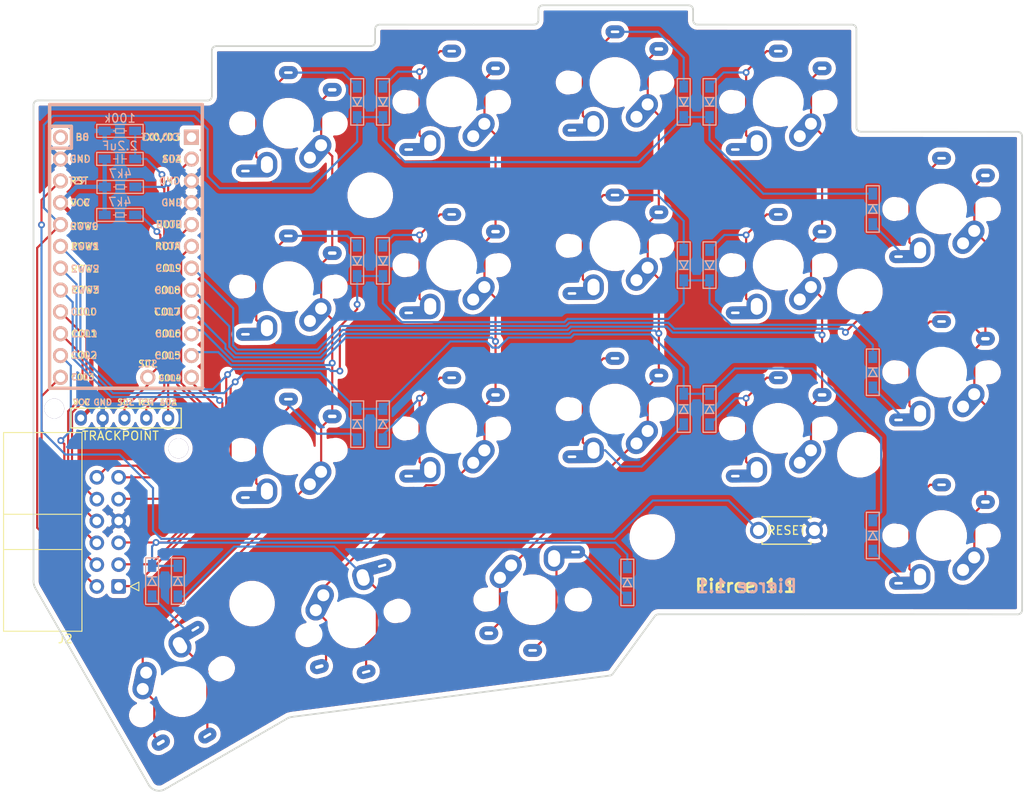
<source format=kicad_pcb>
(kicad_pcb (version 20171130) (host pcbnew 5.1.9-73d0e3b20d~88~ubuntu20.04.1)
  (title_block (title "Pierce Keyboard") (date 2021-02-12) (rev "v 0.1") (comment 4 "Author: Durken"))
  (layers (0 F.Cu signal) (31 B.Cu signal) (34 B.Paste user) (35 F.Paste user) (36 B.SilkS user) (37 F.SilkS user) (38 B.Mask user) (39 F.Mask user) (44 Edge.Cuts user))
  (net 0 "")
  (net 1 VCC)
  (net 2 "Net-(C1-Pad2)")
  (net 3 "Net-(D4-Pad2)")
  (net 4 row0)
  (net 5 "Net-(D5-Pad2)")
  (net 6 row1)
  (net 7 row2)
  (net 8 "Net-(D6-Pad2)")
  (net 9 row3)
  (net 10 "Net-(D7-Pad2)")
  (net 11 "Net-(D11-Pad2)")
  (net 12 "Net-(D12-Pad2)")
  (net 13 "Net-(D13-Pad2)")
  (net 14 "Net-(D14-Pad2)")
  (net 15 "Net-(D19-Pad2)")
  (net 16 "Net-(D20-Pad2)")
  (net 17 "Net-(D21-Pad2)")
  (net 18 "Net-(D22-Pad2)")
  (net 19 "Net-(D27-Pad2)")
  (net 20 "Net-(D28-Pad2)")
  (net 21 "Net-(D29-Pad2)")
  (net 22 "Net-(D34-Pad2)")
  (net 23 "Net-(D35-Pad2)")
  (net 24 "Net-(D36-Pad2)")
  (net 25 col4)
  (net 26 col2)
  (net 27 col0)
  (net 28 col3)
  (net 29 col1)
  (net 30 GND)
  (net 31 SCL)
  (net 32 SDA)
  (net 33 col5)
  (net 34 col6)
  (net 35 col7)
  (net 36 col8)
  (net 37 col9)
  (net 38 reset)
  (net 39 rotb)
  (net 40 rota)
  (module kbd:keyswitch_cherrymx_alps_choc12_1u (layer F.Cu) (at 214.754847 51.960224 180)
    (fp_text reference SW20 hide)
    (fp_text value SW_PUSH hide)
    (pad 1 thru_hole oval (at -3.8 -2.55 138) (size 2.4 4.4) (drill 1.4 (offset 0 -1)) (layers *.Cu B.Mask) (net 35 col7))
    (pad 2 thru_hole oval (at 2.5 -4.8 180) (size 2.4 2.95) (drill oval 1.4 1.95) (layers *.Cu B.Mask) (net 16 "Net-(D20-Pad2)"))
    (pad 1 thru_hole circle (at -2.5 -4 180) (size 2.4 2.4) (drill 1.4) (layers *.Cu B.Mask) (net 35 col7))
    (pad 2 thru_hole oval (at 5 -5.55 180.5) (size 4.4 1.5) (drill oval 1 0.3 (offset -1.1 0)) (layers *.Cu B.Mask) (net 16 "Net-(D20-Pad2)"))
    (pad 1 thru_hole oval (at -5.1 3.9 180) (size 2.2 1.6) (drill oval 1 0.4) (layers *.Cu B.Mask) (net 35 col7))
    (pad "" np_thru_hole circle (at 0 0 270) (size 4.9 4.9) (drill 4.9) (layers *.Cu))
    (pad "" np_thru_hole circle (at -5.5 0 270) (size 1.8 1.8) (drill 1.8) (layers *.Cu))
    (pad "" np_thru_hole circle (at 5.5 0 270) (size 1.8 1.8) (drill 1.8) (layers *.Cu))
    (pad 2 thru_hole oval (at 0 5.9 180) (size 2.2 1.5) (drill oval 1 0.3) (layers *.Cu B.Mask) (net 16 "Net-(D20-Pad2)"))
    (pad "" np_thru_hole circle (at 5.08 0 180) (size 1.7 1.7) (drill 1.7) (layers *.Cu))
    (pad "" np_thru_hole circle (at -5.08 0 180) (size 1.7 1.7) (drill 1.7) (layers *.Cu))
  )
  (module kbd:keyswitch_cherrymx_alps_choc12_1u (layer F.Cu) (at 252.754847 85.673598 180)
    (fp_text reference SW36 hide)
    (fp_text value SW_PUSH hide)
    (pad 1 thru_hole oval (at -3.8 -2.55 138) (size 2.4 4.4) (drill 1.4 (offset 0 -1)) (layers *.Cu B.Mask) (net 37 col9))
    (pad 2 thru_hole oval (at 2.5 -4.8 180) (size 2.4 2.95) (drill oval 1.4 1.95) (layers *.Cu B.Mask) (net 24 "Net-(D36-Pad2)"))
    (pad 1 thru_hole circle (at -2.5 -4 180) (size 2.4 2.4) (drill 1.4) (layers *.Cu B.Mask) (net 37 col9))
    (pad 2 thru_hole oval (at 5 -5.55 180.5) (size 4.4 1.5) (drill oval 1 0.3 (offset -1.1 0)) (layers *.Cu B.Mask) (net 24 "Net-(D36-Pad2)"))
    (pad 1 thru_hole oval (at -5.1 3.9 180) (size 2.2 1.6) (drill oval 1 0.4) (layers *.Cu B.Mask) (net 37 col9))
    (pad "" np_thru_hole circle (at 0 0 270) (size 4.9 4.9) (drill 4.9) (layers *.Cu))
    (pad "" np_thru_hole circle (at -5.5 0 270) (size 1.8 1.8) (drill 1.8) (layers *.Cu))
    (pad "" np_thru_hole circle (at 5.5 0 270) (size 1.8 1.8) (drill 1.8) (layers *.Cu))
    (pad 2 thru_hole oval (at 0 5.9 180) (size 2.2 1.5) (drill oval 1 0.3) (layers *.Cu B.Mask) (net 24 "Net-(D36-Pad2)"))
    (pad "" np_thru_hole circle (at 5.08 0 180) (size 1.7 1.7) (drill 1.7) (layers *.Cu))
    (pad "" np_thru_hole circle (at -5.08 0 180) (size 1.7 1.7) (drill 1.7) (layers *.Cu))
  )
  (module kbd:keyswitch_cherrymx_alps_choc12_1u (layer F.Cu) (at 252.754847 66.673598 180)
    (fp_text reference SW35 hide)
    (fp_text value SW_PUSH hide)
    (pad 1 thru_hole oval (at -3.8 -2.55 138) (size 2.4 4.4) (drill 1.4 (offset 0 -1)) (layers *.Cu B.Mask) (net 37 col9))
    (pad 2 thru_hole oval (at 2.5 -4.8 180) (size 2.4 2.95) (drill oval 1.4 1.95) (layers *.Cu B.Mask) (net 23 "Net-(D35-Pad2)"))
    (pad 1 thru_hole circle (at -2.5 -4 180) (size 2.4 2.4) (drill 1.4) (layers *.Cu B.Mask) (net 37 col9))
    (pad 2 thru_hole oval (at 5 -5.55 180.5) (size 4.4 1.5) (drill oval 1 0.3 (offset -1.1 0)) (layers *.Cu B.Mask) (net 23 "Net-(D35-Pad2)"))
    (pad 1 thru_hole oval (at -5.1 3.9 180) (size 2.2 1.6) (drill oval 1 0.4) (layers *.Cu B.Mask) (net 37 col9))
    (pad "" np_thru_hole circle (at 0 0 270) (size 4.9 4.9) (drill 4.9) (layers *.Cu))
    (pad "" np_thru_hole circle (at -5.5 0 270) (size 1.8 1.8) (drill 1.8) (layers *.Cu))
    (pad "" np_thru_hole circle (at 5.5 0 270) (size 1.8 1.8) (drill 1.8) (layers *.Cu))
    (pad 2 thru_hole oval (at 0 5.9 180) (size 2.2 1.5) (drill oval 1 0.3) (layers *.Cu B.Mask) (net 23 "Net-(D35-Pad2)"))
    (pad "" np_thru_hole circle (at 5.08 0 180) (size 1.7 1.7) (drill 1.7) (layers *.Cu))
    (pad "" np_thru_hole circle (at -5.08 0 180) (size 1.7 1.7) (drill 1.7) (layers *.Cu))
  )
  (module kbd:keyswitch_cherrymx_alps_choc12_1u (layer F.Cu) (at 252.754847 47.673598 180)
    (fp_text reference SW34 hide)
    (fp_text value SW_PUSH hide)
    (pad 1 thru_hole oval (at -3.8 -2.55 138) (size 2.4 4.4) (drill 1.4 (offset 0 -1)) (layers *.Cu B.Mask) (net 37 col9))
    (pad 2 thru_hole oval (at 2.5 -4.8 180) (size 2.4 2.95) (drill oval 1.4 1.95) (layers *.Cu B.Mask) (net 22 "Net-(D34-Pad2)"))
    (pad 1 thru_hole circle (at -2.5 -4 180) (size 2.4 2.4) (drill 1.4) (layers *.Cu B.Mask) (net 37 col9))
    (pad 2 thru_hole oval (at 5 -5.55 180.5) (size 4.4 1.5) (drill oval 1 0.3 (offset -1.1 0)) (layers *.Cu B.Mask) (net 22 "Net-(D34-Pad2)"))
    (pad 1 thru_hole oval (at -5.1 3.9 180) (size 2.2 1.6) (drill oval 1 0.4) (layers *.Cu B.Mask) (net 37 col9))
    (pad "" np_thru_hole circle (at 0 0 270) (size 4.9 4.9) (drill 4.9) (layers *.Cu))
    (pad "" np_thru_hole circle (at -5.5 0 270) (size 1.8 1.8) (drill 1.8) (layers *.Cu))
    (pad "" np_thru_hole circle (at 5.5 0 270) (size 1.8 1.8) (drill 1.8) (layers *.Cu))
    (pad 2 thru_hole oval (at 0 5.9 180) (size 2.2 1.5) (drill oval 1 0.3) (layers *.Cu B.Mask) (net 22 "Net-(D34-Pad2)"))
    (pad "" np_thru_hole circle (at 5.08 0 180) (size 1.7 1.7) (drill 1.7) (layers *.Cu))
    (pad "" np_thru_hole circle (at -5.08 0 180) (size 1.7 1.7) (drill 1.7) (layers *.Cu))
  )
  (module kbd:keyswitch_cherrymx_alps_choc12_1u (layer F.Cu) (at 233.754847 73.210662 180)
    (fp_text reference SW29 hide)
    (fp_text value SW_PUSH hide)
    (pad 1 thru_hole oval (at -3.8 -2.55 138) (size 2.4 4.4) (drill 1.4 (offset 0 -1)) (layers *.Cu B.Mask) (net 36 col8))
    (pad 2 thru_hole oval (at 2.5 -4.8 180) (size 2.4 2.95) (drill oval 1.4 1.95) (layers *.Cu B.Mask) (net 21 "Net-(D29-Pad2)"))
    (pad 1 thru_hole circle (at -2.5 -4 180) (size 2.4 2.4) (drill 1.4) (layers *.Cu B.Mask) (net 36 col8))
    (pad 2 thru_hole oval (at 5 -5.55 180.5) (size 4.4 1.5) (drill oval 1 0.3 (offset -1.1 0)) (layers *.Cu B.Mask) (net 21 "Net-(D29-Pad2)"))
    (pad 1 thru_hole oval (at -5.1 3.9 180) (size 2.2 1.6) (drill oval 1 0.4) (layers *.Cu B.Mask) (net 36 col8))
    (pad "" np_thru_hole circle (at 0 0 270) (size 4.9 4.9) (drill 4.9) (layers *.Cu))
    (pad "" np_thru_hole circle (at -5.5 0 270) (size 1.8 1.8) (drill 1.8) (layers *.Cu))
    (pad "" np_thru_hole circle (at 5.5 0 270) (size 1.8 1.8) (drill 1.8) (layers *.Cu))
    (pad 2 thru_hole oval (at 0 5.9 180) (size 2.2 1.5) (drill oval 1 0.3) (layers *.Cu B.Mask) (net 21 "Net-(D29-Pad2)"))
    (pad "" np_thru_hole circle (at 5.08 0 180) (size 1.7 1.7) (drill 1.7) (layers *.Cu))
    (pad "" np_thru_hole circle (at -5.08 0 180) (size 1.7 1.7) (drill 1.7) (layers *.Cu))
  )
  (module kbd:keyswitch_cherrymx_alps_choc12_1u (layer F.Cu) (at 233.754847 54.210662 180)
    (fp_text reference SW28 hide)
    (fp_text value SW_PUSH hide)
    (pad 1 thru_hole oval (at -3.8 -2.55 138) (size 2.4 4.4) (drill 1.4 (offset 0 -1)) (layers *.Cu B.Mask) (net 36 col8))
    (pad 2 thru_hole oval (at 2.5 -4.8 180) (size 2.4 2.95) (drill oval 1.4 1.95) (layers *.Cu B.Mask) (net 20 "Net-(D28-Pad2)"))
    (pad 1 thru_hole circle (at -2.5 -4 180) (size 2.4 2.4) (drill 1.4) (layers *.Cu B.Mask) (net 36 col8))
    (pad 2 thru_hole oval (at 5 -5.55 180.5) (size 4.4 1.5) (drill oval 1 0.3 (offset -1.1 0)) (layers *.Cu B.Mask) (net 20 "Net-(D28-Pad2)"))
    (pad 1 thru_hole oval (at -5.1 3.9 180) (size 2.2 1.6) (drill oval 1 0.4) (layers *.Cu B.Mask) (net 36 col8))
    (pad "" np_thru_hole circle (at 0 0 270) (size 4.9 4.9) (drill 4.9) (layers *.Cu))
    (pad "" np_thru_hole circle (at -5.5 0 270) (size 1.8 1.8) (drill 1.8) (layers *.Cu))
    (pad "" np_thru_hole circle (at 5.5 0 270) (size 1.8 1.8) (drill 1.8) (layers *.Cu))
    (pad 2 thru_hole oval (at 0 5.9 180) (size 2.2 1.5) (drill oval 1 0.3) (layers *.Cu B.Mask) (net 20 "Net-(D28-Pad2)"))
    (pad "" np_thru_hole circle (at 5.08 0 180) (size 1.7 1.7) (drill 1.7) (layers *.Cu))
    (pad "" np_thru_hole circle (at -5.08 0 180) (size 1.7 1.7) (drill 1.7) (layers *.Cu))
  )
  (module kbd:keyswitch_cherrymx_alps_choc12_1u (layer F.Cu) (at 233.754847 35.210662 180)
    (fp_text reference SW27 hide)
    (fp_text value SW_PUSH hide)
    (pad 1 thru_hole oval (at -3.8 -2.55 138) (size 2.4 4.4) (drill 1.4 (offset 0 -1)) (layers *.Cu B.Mask) (net 36 col8))
    (pad 2 thru_hole oval (at 2.5 -4.8 180) (size 2.4 2.95) (drill oval 1.4 1.95) (layers *.Cu B.Mask) (net 19 "Net-(D27-Pad2)"))
    (pad 1 thru_hole circle (at -2.5 -4 180) (size 2.4 2.4) (drill 1.4) (layers *.Cu B.Mask) (net 36 col8))
    (pad 2 thru_hole oval (at 5 -5.55 180.5) (size 4.4 1.5) (drill oval 1 0.3 (offset -1.1 0)) (layers *.Cu B.Mask) (net 19 "Net-(D27-Pad2)"))
    (pad 1 thru_hole oval (at -5.1 3.9 180) (size 2.2 1.6) (drill oval 1 0.4) (layers *.Cu B.Mask) (net 36 col8))
    (pad "" np_thru_hole circle (at 0 0 270) (size 4.9 4.9) (drill 4.9) (layers *.Cu))
    (pad "" np_thru_hole circle (at -5.5 0 270) (size 1.8 1.8) (drill 1.8) (layers *.Cu))
    (pad "" np_thru_hole circle (at 5.5 0 270) (size 1.8 1.8) (drill 1.8) (layers *.Cu))
    (pad 2 thru_hole oval (at 0 5.9 180) (size 2.2 1.5) (drill oval 1 0.3) (layers *.Cu B.Mask) (net 19 "Net-(D27-Pad2)"))
    (pad "" np_thru_hole circle (at 5.08 0 180) (size 1.7 1.7) (drill 1.7) (layers *.Cu))
    (pad "" np_thru_hole circle (at -5.08 0 180) (size 1.7 1.7) (drill 1.7) (layers *.Cu))
  )
  (module kbd:keyswitch_cherrymx_alps_choc12_1u (layer F.Cu) (at 205.17 93.14)
    (fp_text reference SW22 hide)
    (fp_text value SW_PUSH hide)
    (pad 1 thru_hole oval (at -3.8 -2.55 318) (size 2.4 4.4) (drill 1.4 (offset 0 -1)) (layers *.Cu B.Mask) (net 35 col7))
    (pad 2 thru_hole oval (at 2.5 -4.8) (size 2.4 2.95) (drill oval 1.4 1.95) (layers *.Cu B.Mask) (net 18 "Net-(D22-Pad2)"))
    (pad 1 thru_hole circle (at -2.5 -4) (size 2.4 2.4) (drill 1.4) (layers *.Cu B.Mask) (net 35 col7))
    (pad 2 thru_hole oval (at 5 -5.55 0.5) (size 4.4 1.5) (drill oval 1 0.3 (offset -1.1 0)) (layers *.Cu B.Mask) (net 18 "Net-(D22-Pad2)"))
    (pad 1 thru_hole oval (at -5.1 3.9) (size 2.2 1.6) (drill oval 1 0.4) (layers *.Cu B.Mask) (net 35 col7))
    (pad "" np_thru_hole circle (at 0 0 90) (size 4.9 4.9) (drill 4.9) (layers *.Cu))
    (pad "" np_thru_hole circle (at -5.5 0 90) (size 1.8 1.8) (drill 1.8) (layers *.Cu))
    (pad "" np_thru_hole circle (at 5.5 0 90) (size 1.8 1.8) (drill 1.8) (layers *.Cu))
    (pad 2 thru_hole oval (at 0 5.9) (size 2.2 1.5) (drill oval 1 0.3) (layers *.Cu B.Mask) (net 18 "Net-(D22-Pad2)"))
    (pad "" np_thru_hole circle (at 5.08 0) (size 1.7 1.7) (drill 1.7) (layers *.Cu))
    (pad "" np_thru_hole circle (at -5.08 0) (size 1.7 1.7) (drill 1.7) (layers *.Cu))
  )
  (module kbd:keyswitch_cherrymx_alps_choc12_1u (layer F.Cu) (at 214.754847 70.960224 180)
    (fp_text reference SW21 hide)
    (fp_text value SW_PUSH hide)
    (pad 1 thru_hole oval (at -3.8 -2.55 138) (size 2.4 4.4) (drill 1.4 (offset 0 -1)) (layers *.Cu B.Mask) (net 35 col7))
    (pad 2 thru_hole oval (at 2.5 -4.8 180) (size 2.4 2.95) (drill oval 1.4 1.95) (layers *.Cu B.Mask) (net 17 "Net-(D21-Pad2)"))
    (pad 1 thru_hole circle (at -2.5 -4 180) (size 2.4 2.4) (drill 1.4) (layers *.Cu B.Mask) (net 35 col7))
    (pad 2 thru_hole oval (at 5 -5.55 180.5) (size 4.4 1.5) (drill oval 1 0.3 (offset -1.1 0)) (layers *.Cu B.Mask) (net 17 "Net-(D21-Pad2)"))
    (pad 1 thru_hole oval (at -5.1 3.9 180) (size 2.2 1.6) (drill oval 1 0.4) (layers *.Cu B.Mask) (net 35 col7))
    (pad "" np_thru_hole circle (at 0 0 270) (size 4.9 4.9) (drill 4.9) (layers *.Cu))
    (pad "" np_thru_hole circle (at -5.5 0 270) (size 1.8 1.8) (drill 1.8) (layers *.Cu))
    (pad "" np_thru_hole circle (at 5.5 0 270) (size 1.8 1.8) (drill 1.8) (layers *.Cu))
    (pad 2 thru_hole oval (at 0 5.9 180) (size 2.2 1.5) (drill oval 1 0.3) (layers *.Cu B.Mask) (net 17 "Net-(D21-Pad2)"))
    (pad "" np_thru_hole circle (at 5.08 0 180) (size 1.7 1.7) (drill 1.7) (layers *.Cu))
    (pad "" np_thru_hole circle (at -5.08 0 180) (size 1.7 1.7) (drill 1.7) (layers *.Cu))
  )
  (module kbd:keyswitch_cherrymx_alps_choc12_1u (layer F.Cu) (at 214.754847 32.960224 180)
    (fp_text reference SW19 hide)
    (fp_text value SW_PUSH hide)
    (pad 1 thru_hole oval (at -3.8 -2.55 138) (size 2.4 4.4) (drill 1.4 (offset 0 -1)) (layers *.Cu B.Mask) (net 35 col7))
    (pad 2 thru_hole oval (at 2.5 -4.8 180) (size 2.4 2.95) (drill oval 1.4 1.95) (layers *.Cu B.Mask) (net 15 "Net-(D19-Pad2)"))
    (pad 1 thru_hole circle (at -2.5 -4 180) (size 2.4 2.4) (drill 1.4) (layers *.Cu B.Mask) (net 35 col7))
    (pad 2 thru_hole oval (at 5 -5.55 180.5) (size 4.4 1.5) (drill oval 1 0.3 (offset -1.1 0)) (layers *.Cu B.Mask) (net 15 "Net-(D19-Pad2)"))
    (pad 1 thru_hole oval (at -5.1 3.9 180) (size 2.2 1.6) (drill oval 1 0.4) (layers *.Cu B.Mask) (net 35 col7))
    (pad "" np_thru_hole circle (at 0 0 270) (size 4.9 4.9) (drill 4.9) (layers *.Cu))
    (pad "" np_thru_hole circle (at -5.5 0 270) (size 1.8 1.8) (drill 1.8) (layers *.Cu))
    (pad "" np_thru_hole circle (at 5.5 0 270) (size 1.8 1.8) (drill 1.8) (layers *.Cu))
    (pad 2 thru_hole oval (at 0 5.9 180) (size 2.2 1.5) (drill oval 1 0.3) (layers *.Cu B.Mask) (net 15 "Net-(D19-Pad2)"))
    (pad "" np_thru_hole circle (at 5.08 0 180) (size 1.7 1.7) (drill 1.7) (layers *.Cu))
    (pad "" np_thru_hole circle (at -5.08 0 180) (size 1.7 1.7) (drill 1.7) (layers *.Cu))
  )
  (module kbd:keyswitch_cherrymx_alps_choc12_1u (layer F.Cu) (at 184.27 95.84 15)
    (fp_text reference SW14 hide)
    (fp_text value SW_PUSH hide)
    (pad 1 thru_hole oval (at -3.8 -2.55 333) (size 2.4 4.4) (drill 1.4 (offset 0 -1)) (layers *.Cu B.Mask) (net 34 col6))
    (pad 2 thru_hole oval (at 2.5 -4.8 15) (size 2.4 2.95) (drill oval 1.4 1.95) (layers *.Cu B.Mask) (net 14 "Net-(D14-Pad2)"))
    (pad 1 thru_hole circle (at -2.5 -4 15) (size 2.4 2.4) (drill 1.4) (layers *.Cu B.Mask) (net 34 col6))
    (pad 2 thru_hole oval (at 5 -5.55 15.5) (size 4.4 1.5) (drill oval 1 0.3 (offset -1.1 0)) (layers *.Cu B.Mask) (net 14 "Net-(D14-Pad2)"))
    (pad 1 thru_hole oval (at -5.1 3.9 15) (size 2.2 1.6) (drill oval 1 0.4) (layers *.Cu B.Mask) (net 34 col6))
    (pad "" np_thru_hole circle (at 0 0 105) (size 4.9 4.9) (drill 4.9) (layers *.Cu))
    (pad "" np_thru_hole circle (at -5.5 0 105) (size 1.8 1.8) (drill 1.8) (layers *.Cu))
    (pad "" np_thru_hole circle (at 5.5 0 105) (size 1.8 1.8) (drill 1.8) (layers *.Cu))
    (pad 2 thru_hole oval (at 0 5.9 15) (size 2.2 1.5) (drill oval 1 0.3) (layers *.Cu B.Mask) (net 14 "Net-(D14-Pad2)"))
    (pad "" np_thru_hole circle (at 5.08 0 15) (size 1.7 1.7) (drill 1.7) (layers *.Cu))
    (pad "" np_thru_hole circle (at -5.08 0 15) (size 1.7 1.7) (drill 1.7) (layers *.Cu))
  )
  (module kbd:keyswitch_cherrymx_alps_choc12_1u (layer F.Cu) (at 195.754847 73.213202 180)
    (fp_text reference SW13 hide)
    (fp_text value SW_PUSH hide)
    (pad 1 thru_hole oval (at -3.8 -2.55 138) (size 2.4 4.4) (drill 1.4 (offset 0 -1)) (layers *.Cu B.Mask) (net 34 col6))
    (pad 2 thru_hole oval (at 2.5 -4.8 180) (size 2.4 2.95) (drill oval 1.4 1.95) (layers *.Cu B.Mask) (net 13 "Net-(D13-Pad2)"))
    (pad 1 thru_hole circle (at -2.5 -4 180) (size 2.4 2.4) (drill 1.4) (layers *.Cu B.Mask) (net 34 col6))
    (pad 2 thru_hole oval (at 5 -5.55 180.5) (size 4.4 1.5) (drill oval 1 0.3 (offset -1.1 0)) (layers *.Cu B.Mask) (net 13 "Net-(D13-Pad2)"))
    (pad 1 thru_hole oval (at -5.1 3.9 180) (size 2.2 1.6) (drill oval 1 0.4) (layers *.Cu B.Mask) (net 34 col6))
    (pad "" np_thru_hole circle (at 0 0 270) (size 4.9 4.9) (drill 4.9) (layers *.Cu))
    (pad "" np_thru_hole circle (at -5.5 0 270) (size 1.8 1.8) (drill 1.8) (layers *.Cu))
    (pad "" np_thru_hole circle (at 5.5 0 270) (size 1.8 1.8) (drill 1.8) (layers *.Cu))
    (pad 2 thru_hole oval (at 0 5.9 180) (size 2.2 1.5) (drill oval 1 0.3) (layers *.Cu B.Mask) (net 13 "Net-(D13-Pad2)"))
    (pad "" np_thru_hole circle (at 5.08 0 180) (size 1.7 1.7) (drill 1.7) (layers *.Cu))
    (pad "" np_thru_hole circle (at -5.08 0 180) (size 1.7 1.7) (drill 1.7) (layers *.Cu))
  )
  (module kbd:keyswitch_cherrymx_alps_choc12_1u (layer F.Cu) (at 195.754847 54.213202 180)
    (fp_text reference SW12 hide)
    (fp_text value SW_PUSH hide)
    (pad 1 thru_hole oval (at -3.8 -2.55 138) (size 2.4 4.4) (drill 1.4 (offset 0 -1)) (layers *.Cu B.Mask) (net 34 col6))
    (pad 2 thru_hole oval (at 2.5 -4.8 180) (size 2.4 2.95) (drill oval 1.4 1.95) (layers *.Cu B.Mask) (net 12 "Net-(D12-Pad2)"))
    (pad 1 thru_hole circle (at -2.5 -4 180) (size 2.4 2.4) (drill 1.4) (layers *.Cu B.Mask) (net 34 col6))
    (pad 2 thru_hole oval (at 5 -5.55 180.5) (size 4.4 1.5) (drill oval 1 0.3 (offset -1.1 0)) (layers *.Cu B.Mask) (net 12 "Net-(D12-Pad2)"))
    (pad 1 thru_hole oval (at -5.1 3.9 180) (size 2.2 1.6) (drill oval 1 0.4) (layers *.Cu B.Mask) (net 34 col6))
    (pad "" np_thru_hole circle (at 0 0 270) (size 4.9 4.9) (drill 4.9) (layers *.Cu))
    (pad "" np_thru_hole circle (at -5.5 0 270) (size 1.8 1.8) (drill 1.8) (layers *.Cu))
    (pad "" np_thru_hole circle (at 5.5 0 270) (size 1.8 1.8) (drill 1.8) (layers *.Cu))
    (pad 2 thru_hole oval (at 0 5.9 180) (size 2.2 1.5) (drill oval 1 0.3) (layers *.Cu B.Mask) (net 12 "Net-(D12-Pad2)"))
    (pad "" np_thru_hole circle (at 5.08 0 180) (size 1.7 1.7) (drill 1.7) (layers *.Cu))
    (pad "" np_thru_hole circle (at -5.08 0 180) (size 1.7 1.7) (drill 1.7) (layers *.Cu))
  )
  (module kbd:keyswitch_cherrymx_alps_choc12_1u (layer F.Cu) (at 195.754847 35.213202 180)
    (fp_text reference SW11 hide)
    (fp_text value SW_PUSH hide)
    (pad 1 thru_hole oval (at -3.8 -2.55 138) (size 2.4 4.4) (drill 1.4 (offset 0 -1)) (layers *.Cu B.Mask) (net 34 col6))
    (pad 2 thru_hole oval (at 2.5 -4.8 180) (size 2.4 2.95) (drill oval 1.4 1.95) (layers *.Cu B.Mask) (net 11 "Net-(D11-Pad2)"))
    (pad 1 thru_hole circle (at -2.5 -4 180) (size 2.4 2.4) (drill 1.4) (layers *.Cu B.Mask) (net 34 col6))
    (pad 2 thru_hole oval (at 5 -5.55 180.5) (size 4.4 1.5) (drill oval 1 0.3 (offset -1.1 0)) (layers *.Cu B.Mask) (net 11 "Net-(D11-Pad2)"))
    (pad 1 thru_hole oval (at -5.1 3.9 180) (size 2.2 1.6) (drill oval 1 0.4) (layers *.Cu B.Mask) (net 34 col6))
    (pad "" np_thru_hole circle (at 0 0 270) (size 4.9 4.9) (drill 4.9) (layers *.Cu))
    (pad "" np_thru_hole circle (at -5.5 0 270) (size 1.8 1.8) (drill 1.8) (layers *.Cu))
    (pad "" np_thru_hole circle (at 5.5 0 270) (size 1.8 1.8) (drill 1.8) (layers *.Cu))
    (pad 2 thru_hole oval (at 0 5.9 180) (size 2.2 1.5) (drill oval 1 0.3) (layers *.Cu B.Mask) (net 11 "Net-(D11-Pad2)"))
    (pad "" np_thru_hole circle (at 5.08 0 180) (size 1.7 1.7) (drill 1.7) (layers *.Cu))
    (pad "" np_thru_hole circle (at -5.08 0 180) (size 1.7 1.7) (drill 1.7) (layers *.Cu))
  )
  (module kbd:keyswitch_cherrymx_alps_choc12_1u (layer F.Cu) (at 164.37 103.84 30)
    (fp_text reference SW7 hide)
    (fp_text value SW_PUSH hide)
    (pad 1 thru_hole oval (at -3.8 -2.55 348) (size 2.4 4.4) (drill 1.4 (offset 0 -1)) (layers *.Cu B.Mask) (net 33 col5))
    (pad 2 thru_hole oval (at 2.5 -4.8 30) (size 2.4 2.95) (drill oval 1.4 1.95) (layers *.Cu B.Mask) (net 10 "Net-(D7-Pad2)"))
    (pad 1 thru_hole circle (at -2.5 -4 30) (size 2.4 2.4) (drill 1.4) (layers *.Cu B.Mask) (net 33 col5))
    (pad 2 thru_hole oval (at 5 -5.55 30.5) (size 4.4 1.5) (drill oval 1 0.3 (offset -1.1 0)) (layers *.Cu B.Mask) (net 10 "Net-(D7-Pad2)"))
    (pad 1 thru_hole oval (at -5.1 3.9 30) (size 2.2 1.6) (drill oval 1 0.4) (layers *.Cu B.Mask) (net 33 col5))
    (pad "" np_thru_hole circle (at 0 0 120) (size 4.9 4.9) (drill 4.9) (layers *.Cu))
    (pad "" np_thru_hole circle (at -5.5 0 120) (size 1.8 1.8) (drill 1.8) (layers *.Cu))
    (pad "" np_thru_hole circle (at 5.5 0 120) (size 1.8 1.8) (drill 1.8) (layers *.Cu))
    (pad 2 thru_hole oval (at 0 5.9 30) (size 2.2 1.5) (drill oval 1 0.3) (layers *.Cu B.Mask) (net 10 "Net-(D7-Pad2)"))
    (pad "" np_thru_hole circle (at 5.08 0 30) (size 1.7 1.7) (drill 1.7) (layers *.Cu))
    (pad "" np_thru_hole circle (at -5.08 0 30) (size 1.7 1.7) (drill 1.7) (layers *.Cu))
  )
  (module kbd:keyswitch_cherrymx_alps_choc12_1u (layer F.Cu) (at 176.754847 75.71002 180)
    (fp_text reference SW6 hide)
    (fp_text value SW_PUSH hide)
    (pad 1 thru_hole oval (at -3.8 -2.55 138) (size 2.4 4.4) (drill 1.4 (offset 0 -1)) (layers *.Cu B.Mask) (net 33 col5))
    (pad 2 thru_hole oval (at 2.5 -4.8 180) (size 2.4 2.95) (drill oval 1.4 1.95) (layers *.Cu B.Mask) (net 8 "Net-(D6-Pad2)"))
    (pad 1 thru_hole circle (at -2.5 -4 180) (size 2.4 2.4) (drill 1.4) (layers *.Cu B.Mask) (net 33 col5))
    (pad 2 thru_hole oval (at 5 -5.55 180.5) (size 4.4 1.5) (drill oval 1 0.3 (offset -1.1 0)) (layers *.Cu B.Mask) (net 8 "Net-(D6-Pad2)"))
    (pad 1 thru_hole oval (at -5.1 3.9 180) (size 2.2 1.6) (drill oval 1 0.4) (layers *.Cu B.Mask) (net 33 col5))
    (pad "" np_thru_hole circle (at 0 0 270) (size 4.9 4.9) (drill 4.9) (layers *.Cu))
    (pad "" np_thru_hole circle (at -5.5 0 270) (size 1.8 1.8) (drill 1.8) (layers *.Cu))
    (pad "" np_thru_hole circle (at 5.5 0 270) (size 1.8 1.8) (drill 1.8) (layers *.Cu))
    (pad 2 thru_hole oval (at 0 5.9 180) (size 2.2 1.5) (drill oval 1 0.3) (layers *.Cu B.Mask) (net 8 "Net-(D6-Pad2)"))
    (pad "" np_thru_hole circle (at 5.08 0 180) (size 1.7 1.7) (drill 1.7) (layers *.Cu))
    (pad "" np_thru_hole circle (at -5.08 0 180) (size 1.7 1.7) (drill 1.7) (layers *.Cu))
  )
  (module kbd:keyswitch_cherrymx_alps_choc12_1u (layer F.Cu) (at 176.754847 56.71002 180)
    (fp_text reference SW5 hide)
    (fp_text value SW_PUSH hide)
    (pad 1 thru_hole oval (at -3.8 -2.55 138) (size 2.4 4.4) (drill 1.4 (offset 0 -1)) (layers *.Cu B.Mask) (net 33 col5))
    (pad 2 thru_hole oval (at 2.5 -4.8 180) (size 2.4 2.95) (drill oval 1.4 1.95) (layers *.Cu B.Mask) (net 5 "Net-(D5-Pad2)"))
    (pad 1 thru_hole circle (at -2.5 -4 180) (size 2.4 2.4) (drill 1.4) (layers *.Cu B.Mask) (net 33 col5))
    (pad 2 thru_hole oval (at 5 -5.55 180.5) (size 4.4 1.5) (drill oval 1 0.3 (offset -1.1 0)) (layers *.Cu B.Mask) (net 5 "Net-(D5-Pad2)"))
    (pad 1 thru_hole oval (at -5.1 3.9 180) (size 2.2 1.6) (drill oval 1 0.4) (layers *.Cu B.Mask) (net 33 col5))
    (pad "" np_thru_hole circle (at 0 0 270) (size 4.9 4.9) (drill 4.9) (layers *.Cu))
    (pad "" np_thru_hole circle (at -5.5 0 270) (size 1.8 1.8) (drill 1.8) (layers *.Cu))
    (pad "" np_thru_hole circle (at 5.5 0 270) (size 1.8 1.8) (drill 1.8) (layers *.Cu))
    (pad 2 thru_hole oval (at 0 5.9 180) (size 2.2 1.5) (drill oval 1 0.3) (layers *.Cu B.Mask) (net 5 "Net-(D5-Pad2)"))
    (pad "" np_thru_hole circle (at 5.08 0 180) (size 1.7 1.7) (drill 1.7) (layers *.Cu))
    (pad "" np_thru_hole circle (at -5.08 0 180) (size 1.7 1.7) (drill 1.7) (layers *.Cu))
  )
  (module kbd:keyswitch_cherrymx_alps_choc12_1u (layer F.Cu) (at 176.754847 37.71002 180)
    (fp_text reference SW4 hide)
    (fp_text value SW_PUSH hide)
    (pad 1 thru_hole oval (at -3.8 -2.55 138) (size 2.4 4.4) (drill 1.4 (offset 0 -1)) (layers *.Cu B.Mask) (net 33 col5))
    (pad 2 thru_hole oval (at 2.5 -4.8 180) (size 2.4 2.95) (drill oval 1.4 1.95) (layers *.Cu B.Mask) (net 3 "Net-(D4-Pad2)"))
    (pad 1 thru_hole circle (at -2.5 -4 180) (size 2.4 2.4) (drill 1.4) (layers *.Cu B.Mask) (net 33 col5))
    (pad 2 thru_hole oval (at 5 -5.55 180.5) (size 4.4 1.5) (drill oval 1 0.3 (offset -1.1 0)) (layers *.Cu B.Mask) (net 3 "Net-(D4-Pad2)"))
    (pad 1 thru_hole oval (at -5.1 3.9 180) (size 2.2 1.6) (drill oval 1 0.4) (layers *.Cu B.Mask) (net 33 col5))
    (pad "" np_thru_hole circle (at 0 0 270) (size 4.9 4.9) (drill 4.9) (layers *.Cu))
    (pad "" np_thru_hole circle (at -5.5 0 270) (size 1.8 1.8) (drill 1.8) (layers *.Cu))
    (pad "" np_thru_hole circle (at 5.5 0 270) (size 1.8 1.8) (drill 1.8) (layers *.Cu))
    (pad 2 thru_hole oval (at 0 5.9 180) (size 2.2 1.5) (drill oval 1 0.3) (layers *.Cu B.Mask) (net 3 "Net-(D4-Pad2)"))
    (pad "" np_thru_hole circle (at 5.08 0 180) (size 1.7 1.7) (drill 1.7) (layers *.Cu))
    (pad "" np_thru_hole circle (at -5.08 0 180) (size 1.7 1.7) (drill 1.7) (layers *.Cu))
  )
  (module kbd:M2_HOLE_v2 (layer F.Cu) (at 243.2525 57.2707)
    (fp_text reference Ref** hide)
    (fp_text value Val** hide)
    (pad "" np_thru_hole circle (at 0 0) (size 4.3 4.3) (drill 4.3) (layers *.Cu *.Mask))
  )
  (module kbd:M2_HOLE_v2 (layer F.Cu) (at 243.2525 76.2707)
    (fp_text reference Ref** hide)
    (fp_text value Val** hide)
    (pad "" np_thru_hole circle (at 0 0) (size 4.3 4.3) (drill 4.3) (layers *.Cu *.Mask))
  )
  (module kbd:M2_HOLE_v2 (layer F.Cu) (at 186.2758 46.0807)
    (fp_text reference Ref** hide)
    (fp_text value Val** hide)
    (pad "" np_thru_hole circle (at 0 0) (size 4.3 4.3) (drill 4.3) (layers *.Cu *.Mask))
  )
  (module kbd:M2_HOLE_v2 (layer F.Cu) (at 172.5258 93.5907)
    (fp_text reference Ref** hide)
    (fp_text value Val** hide)
    (pad "" np_thru_hole circle (at 0 0) (size 4.3 4.3) (drill 4.3) (layers *.Cu *.Mask))
  )
  (module kbd:M2_HOLE_v2 (layer F.Cu) (at 219.0958 85.8407)
    (fp_text reference Ref** hide)
    (fp_text value Val** hide)
    (pad "" np_thru_hole circle (at 0 0) (size 4.3 4.3) (drill 4.3) (layers *.Cu *.Mask))
  )
  (module kbd:M2_Threads_v2 (layer F.Cu) (at 149.51 70.9)
    (fp_text reference Ref** hide)
    (fp_text value Val** hide)
    (pad "" thru_hole circle (at 0 0) (size 2.3 2.3) (drill 2.3) (layers *.Cu *.Mask))
  )
  (module kbd:M2_Threads_v2 (layer F.Cu) (at 162.58 75.53)
    (fp_text reference Ref** hide)
    (fp_text value Val** hide)
    (pad "" thru_hole circle (at 1.379847 0) (size 2.3 2.3) (drill 2.3) (layers *.Cu *.Mask))
  )
  (module Connector_IDC:IDC-Header_2x06_P2.54mm_Horizontal (layer F.Cu) (at 157 91.6 180)
    (fp_text reference J2 (at 6.215 -6.1) (layer F.SilkS))
    (fp_text value Conn_01x12)
    (pad 12 thru_hole circle (at 2.54 12.7 180) (size 1.7 1.7) (drill 1) (layers *.Cu *.Mask) (net 39 rotb))
    (pad 10 thru_hole circle (at 2.54 10.16 180) (size 1.7 1.7) (drill 1) (layers *.Cu *.Mask) (net 27 col0))
    (pad 8 thru_hole circle (at 2.54 7.62 180) (size 1.7 1.7) (drill 1) (layers *.Cu *.Mask) (net 29 col1))
    (pad 6 thru_hole circle (at 2.54 5.08 180) (size 1.7 1.7) (drill 1) (layers *.Cu *.Mask) (net 26 col2))
    (pad 4 thru_hole circle (at 2.54 2.54 180) (size 1.7 1.7) (drill 1) (layers *.Cu *.Mask) (net 28 col3))
    (pad 2 thru_hole circle (at 2.54 0 180) (size 1.7 1.7) (drill 1) (layers *.Cu *.Mask) (net 4 row0))
    (pad 11 thru_hole circle (at 0 12.7 180) (size 1.7 1.7) (drill 1) (layers *.Cu *.Mask) (net 40 rota))
    (pad 9 thru_hole circle (at 0 10.16 180) (size 1.7 1.7) (drill 1) (layers *.Cu *.Mask) (net 25 col4))
    (pad 7 thru_hole circle (at 0 7.62 180) (size 1.7 1.7) (drill 1) (layers *.Cu *.Mask) (net 30 GND))
    (pad 5 thru_hole circle (at 0 5.08 180) (size 1.7 1.7) (drill 1) (layers *.Cu *.Mask) (net 9 row3))
    (pad 3 thru_hole circle (at 0 2.54 180) (size 1.7 1.7) (drill 1) (layers *.Cu *.Mask) (net 6 row1))
    (pad 1 thru_hole roundrect (at 0 0 180) (size 1.7 1.7) (drill 1) (layers *.Cu *.Mask) (roundrect_rratio 0.1470588235294118) (net 7 row2))
  )
  (module pierce:Elite-C_reverse_D5 (layer F.Cu) (at 157.6 53.3)
    (fp_text reference U1 hide)
    (fp_text value Elite-C_reverse hide)
    (fp_text user B0 (at -4.826 -13.97) (layer B.SilkS) (effects (font (size 0.8 0.8)) (justify mirror)))
    (fp_text user GND (at -5.08 -11.43) (layer B.SilkS) (effects (font (size 0.8 0.8)) (justify mirror)))
    (fp_text user RST (at -5.334 -8.89) (layer B.SilkS) (effects (font (size 0.8 0.8)) (justify mirror)))
    (fp_text user VCC (at -5.08 -6.35) (layer B.SilkS) (effects (font (size 0.8 0.8)) (justify mirror)))
    (fp_text user SCL (at 2.794 12.4) (layer B.SilkS) (effects (font (size 0.8 0.8)) (justify mirror)))
    (fp_text user COL9 (at 5.2 1.27) (layer B.SilkS) (effects (font (size 0.8 0.8)) (justify mirror)))
    (fp_text user ROTA (at 5.2 -1.3) (layer B.SilkS) (effects (font (size 0.8 0.8)) (justify mirror)))
    (fp_text user ROTB (at 5.3 -3.81) (layer B.SilkS) (effects (font (size 0.8 0.8)) (justify mirror)))
    (fp_text user GND (at 5.588 -6.35) (layer B.SilkS) (effects (font (size 0.8 0.8)) (justify mirror)))
    (fp_text user GND (at 5.334 -8.89) (layer B.SilkS) (effects (font (size 0.8 0.8)) (justify mirror)))
    (fp_text user SDA (at 5.588 -11.43) (layer B.SilkS) (effects (font (size 0.8 0.8)) (justify mirror)))
    (fp_text user TX0/D3 (at 4.318 -13.97) (layer B.SilkS) (effects (font (size 0.8 0.8)) (justify mirror)))
    (fp_text user SCL (at 2.794 12.4) (layer F.SilkS) (effects (font (size 0.8 0.8))))
    (fp_text user COL3 (at -4.8 13.95 unlocked) (layer F.SilkS) (effects (font (size 0.7 0.7))))
    (fp_text user TX0/D3 (at 4.318 -13.97) (layer F.SilkS) (effects (font (size 0.8 0.8))))
    (fp_text user SDA (at 5.588 -11.43) (layer F.SilkS) (effects (font (size 0.8 0.8))))
    (fp_text user ROTA (at 5.1 -1.27) (layer F.SilkS) (effects (font (size 0.8 0.8))))
    (fp_text user ROTB (at 5.25 -3.81) (layer F.SilkS) (effects (font (size 0.8 0.8))))
    (fp_text user GND (at 5.588 -6.35) (layer F.SilkS) (effects (font (size 0.8 0.8))))
    (fp_text user GND (at 5.334 -8.89) (layer F.SilkS) (effects (font (size 0.8 0.8))))
    (fp_text user COL9 (at 5.2 1.27) (layer F.SilkS) (effects (font (size 0.8 0.8))))
    (fp_text user COL8 (at 5.075 3.825) (layer F.SilkS) (effects (font (size 0.8 0.8))))
    (fp_text user COL7 (at 5.05 6.35) (layer F.SilkS) (effects (font (size 0.8 0.8))))
    (fp_text user COL6 (at 5.15 8.89) (layer F.SilkS) (effects (font (size 0.8 0.8))))
    (fp_text user COL5 (at 5.1 11.43) (layer F.SilkS) (effects (font (size 0.8 0.8))))
    (fp_text user COL4 (at 5.35 14.05) (layer F.SilkS) (effects (font (size 0.7 0.7))))
    (fp_text user COL1 (at -4.6 8.89) (layer F.SilkS) (effects (font (size 0.8 0.8))))
    (fp_text user COL0 (at -4.65 6.35) (layer F.SilkS) (effects (font (size 0.8 0.8))))
    (fp_text user ROW0 (at -4.6 -3.6) (layer F.SilkS) (effects (font (size 0.8 0.8))))
    (fp_text user VCC (at -5.08 -6.35) (layer F.SilkS) (effects (font (size 0.8 0.8))))
    (fp_text user RST (at -5.225 -8.9) (layer F.SilkS) (effects (font (size 0.8 0.8))))
    (fp_text user GND (at -5.08 -11.43) (layer F.SilkS) (effects (font (size 0.8 0.8))))
    (fp_text user B0 (at -4.826 -13.97) (layer F.SilkS) (effects (font (size 0.8 0.8))))
    (fp_text user ROW1 (at -4.5 -1.27) (layer F.SilkS) (effects (font (size 0.8 0.8))))
    (fp_text user ROW2 (at -4.5 1.35) (layer F.SilkS) (effects (font (size 0.8 0.8))))
    (fp_text user ROW3 (at -4.5 3.8) (layer F.SilkS) (effects (font (size 0.8 0.8))))
    (fp_text user COL2 (at -4.65 11.4) (layer F.SilkS) (effects (font (size 0.8 0.8))))
    (pad 26 thru_hole circle (at 2.794 13.97 270) (size 1.7526 1.7526) (drill 1.0922) (layers *.Cu *.SilkS *.Mask) (net 31 SCL))
    (pad 1 thru_hole rect (at 7.874 -13.97 270) (size 1.7526 1.7526) (drill 1.0922) (layers *.Cu *.SilkS *.Mask))
    (pad 13 thru_hole circle (at -7.366 13.97 270) (size 1.7526 1.7526) (drill 1.0922) (layers *.Cu *.SilkS *.Mask) (net 28 col3))
    (pad 2 thru_hole circle (at 7.874 -11.43 270) (size 1.7526 1.7526) (drill 1.0922) (layers *.Cu *.SilkS *.Mask) (net 32 SDA))
    (pad 3 thru_hole circle (at 7.874 -8.89 270) (size 1.7526 1.7526) (drill 1.0922) (layers *.Cu *.SilkS *.Mask) (net 30 GND))
    (pad 4 thru_hole circle (at 7.874 -6.35 270) (size 1.7526 1.7526) (drill 1.0922) (layers *.Cu *.SilkS *.Mask) (net 30 GND))
    (pad 5 thru_hole circle (at 7.874 -3.81 270) (size 1.7526 1.7526) (drill 1.0922) (layers *.Cu *.SilkS *.Mask) (net 39 rotb))
    (pad 6 thru_hole circle (at 7.874 -1.27 270) (size 1.7526 1.7526) (drill 1.0922) (layers *.Cu *.SilkS *.Mask) (net 40 rota))
    (pad 7 thru_hole circle (at 7.874 1.27 270) (size 1.7526 1.7526) (drill 1.0922) (layers *.Cu *.SilkS *.Mask) (net 37 col9))
    (pad 8 thru_hole circle (at 7.874 3.81 270) (size 1.7526 1.7526) (drill 1.0922) (layers *.Cu *.SilkS *.Mask) (net 36 col8))
    (pad 9 thru_hole circle (at 7.874 6.35 270) (size 1.7526 1.7526) (drill 1.0922) (layers *.Cu *.SilkS *.Mask) (net 35 col7))
    (pad 10 thru_hole circle (at 7.874 8.89 270) (size 1.7526 1.7526) (drill 1.0922) (layers *.Cu *.SilkS *.Mask) (net 34 col6))
    (pad 11 thru_hole circle (at 7.874 11.43 270) (size 1.7526 1.7526) (drill 1.0922) (layers *.Cu *.SilkS *.Mask) (net 33 col5))
    (pad 12 thru_hole circle (at 7.874 13.97 270) (size 1.7526 1.7526) (drill 1.0922) (layers *.Cu *.SilkS *.Mask) (net 25 col4))
    (pad 14 thru_hole circle (at -7.366 11.43 270) (size 1.7526 1.7526) (drill 1.0922) (layers *.Cu *.SilkS *.Mask) (net 26 col2))
    (pad 15 thru_hole circle (at -7.366 8.89 270) (size 1.7526 1.7526) (drill 1.0922) (layers *.Cu *.SilkS *.Mask) (net 29 col1))
    (pad 16 thru_hole circle (at -7.366 6.35 270) (size 1.7526 1.7526) (drill 1.0922) (layers *.Cu *.SilkS *.Mask) (net 27 col0))
    (pad 17 thru_hole circle (at -7.366 3.81 270) (size 1.7526 1.7526) (drill 1.0922) (layers *.Cu *.SilkS *.Mask) (net 9 row3))
    (pad 18 thru_hole circle (at -7.366 1.27 270) (size 1.7526 1.7526) (drill 1.0922) (layers *.Cu *.SilkS *.Mask) (net 7 row2))
    (pad 19 thru_hole circle (at -7.366 -1.27 270) (size 1.7526 1.7526) (drill 1.0922) (layers *.Cu *.SilkS *.Mask) (net 6 row1))
    (pad 20 thru_hole circle (at -7.366 -3.81 270) (size 1.7526 1.7526) (drill 1.0922) (layers *.Cu *.SilkS *.Mask) (net 4 row0))
    (pad 21 thru_hole circle (at -7.366 -6.35 270) (size 1.7526 1.7526) (drill 1.0922) (layers *.Cu *.SilkS *.Mask) (net 1 VCC))
    (pad 22 thru_hole circle (at -7.366 -8.89 270) (size 1.7526 1.7526) (drill 1.0922) (layers *.Cu *.SilkS *.Mask) (net 38 reset))
    (pad 23 thru_hole circle (at -7.366 -11.43 270) (size 1.7526 1.7526) (drill 1.0922) (layers *.Cu *.SilkS *.Mask) (net 30 GND))
    (pad 24 thru_hole circle (at -7.366 -13.97 270) (size 1.7526 1.7526) (drill 1.0922) (layers *.Cu *.SilkS *.Mask))
  )
  (module pierce:C_SMD_v2 (layer B.Cu) (at 157.15 41.85)
    (fp_text reference C1 hide)
    (fp_text value 2u2 hide)
    (pad 2 smd rect (at 1.775 0) (size 1.4 1) (layers B.Cu B.Paste B.Mask) (net 2 "Net-(C1-Pad2)"))
    (pad 1 smd rect (at -1.775 0) (size 1.4 1) (layers B.Cu B.Paste B.Mask) (net 1 VCC))
  )
  (module kbd:D3_SMD_v2 (layer B.Cu) (at 184.754847 35.213202 90)
    (fp_text reference D4 hide)
    (fp_text value D hide)
    (pad 2 smd rect (at 1.775 0 90) (size 1.4 1) (layers B.Cu B.Paste B.Mask) (net 3 "Net-(D4-Pad2)"))
    (pad 1 smd rect (at -1.775 0 90) (size 1.4 1) (layers B.Cu B.Paste B.Mask) (net 4 row0))
  )
  (module kbd:D3_SMD_v2 (layer B.Cu) (at 184.754847 53.71002 90)
    (fp_text reference D5 hide)
    (fp_text value D hide)
    (pad 2 smd rect (at 1.775 0 90) (size 1.4 1) (layers B.Cu B.Paste B.Mask) (net 5 "Net-(D5-Pad2)"))
    (pad 1 smd rect (at -1.775 0 90) (size 1.4 1) (layers B.Cu B.Paste B.Mask) (net 6 row1))
  )
  (module kbd:D3_SMD_v2 (layer B.Cu) (at 184.754847 72.71002 270)
    (fp_text reference D6 hide)
    (fp_text value D hide)
    (pad 2 smd rect (at 1.775 0 270) (size 1.4 1) (layers B.Cu B.Paste B.Mask) (net 8 "Net-(D6-Pad2)"))
    (pad 1 smd rect (at -1.775 0 270) (size 1.4 1) (layers B.Cu B.Paste B.Mask) (net 7 row2))
  )
  (module kbd:D3_SMD_v2 (layer B.Cu) (at 160.89 90.98 270)
    (fp_text reference D7 hide)
    (fp_text value D hide)
    (pad 2 smd rect (at 1.775 0 270) (size 1.4 1) (layers B.Cu B.Paste B.Mask) (net 10 "Net-(D7-Pad2)"))
    (pad 1 smd rect (at -1.775 0 270) (size 1.4 1) (layers B.Cu B.Paste B.Mask) (net 9 row3))
  )
  (module kbd:D3_SMD_v2 (layer B.Cu) (at 187.754847 35.213202 90)
    (fp_text reference D11 hide)
    (fp_text value D hide)
    (pad 2 smd rect (at 1.775 0 90) (size 1.4 1) (layers B.Cu B.Paste B.Mask) (net 11 "Net-(D11-Pad2)"))
    (pad 1 smd rect (at -1.775 0 90) (size 1.4 1) (layers B.Cu B.Paste B.Mask) (net 4 row0))
  )
  (module kbd:D3_SMD_v2 (layer B.Cu) (at 187.754847 53.71002 90)
    (fp_text reference D12 hide)
    (fp_text value D hide)
    (pad 2 smd rect (at 1.775 0 90) (size 1.4 1) (layers B.Cu B.Paste B.Mask) (net 12 "Net-(D12-Pad2)"))
    (pad 1 smd rect (at -1.775 0 90) (size 1.4 1) (layers B.Cu B.Paste B.Mask) (net 6 row1))
  )
  (module kbd:D3_SMD_v2 (layer B.Cu) (at 187.754847 72.71002 270)
    (fp_text reference D13 hide)
    (fp_text value D hide)
    (pad 2 smd rect (at 1.775 0 270) (size 1.4 1) (layers B.Cu B.Paste B.Mask) (net 13 "Net-(D13-Pad2)"))
    (pad 1 smd rect (at -1.775 0 270) (size 1.4 1) (layers B.Cu B.Paste B.Mask) (net 7 row2))
  )
  (module kbd:D3_SMD_v2 (layer B.Cu) (at 163.89 90.98 270)
    (fp_text reference D14 hide)
    (fp_text value D hide)
    (pad 2 smd rect (at 1.775 0 270) (size 1.4 1) (layers B.Cu B.Paste B.Mask) (net 14 "Net-(D14-Pad2)"))
    (pad 1 smd rect (at -1.775 0 270) (size 1.4 1) (layers B.Cu B.Paste B.Mask) (net 9 row3))
  )
  (module kbd:D3_SMD_v2 (layer B.Cu) (at 222.754847 35.210662 90)
    (fp_text reference D19 hide)
    (fp_text value D hide)
    (pad 2 smd rect (at 1.775 0 90) (size 1.4 1) (layers B.Cu B.Paste B.Mask) (net 15 "Net-(D19-Pad2)"))
    (pad 1 smd rect (at -1.775 0 90) (size 1.4 1) (layers B.Cu B.Paste B.Mask) (net 4 row0))
  )
  (module kbd:D3_SMD_v2 (layer B.Cu) (at 222.754847 54.210662 90)
    (fp_text reference D20 hide)
    (fp_text value D hide)
    (pad 2 smd rect (at 1.775 0 90) (size 1.4 1) (layers B.Cu B.Paste B.Mask) (net 16 "Net-(D20-Pad2)"))
    (pad 1 smd rect (at -1.775 0 90) (size 1.4 1) (layers B.Cu B.Paste B.Mask) (net 6 row1))
  )
  (module kbd:D3_SMD_v2 (layer B.Cu) (at 222.754847 70.960224 270)
    (fp_text reference D21 hide)
    (fp_text value D hide)
    (pad 2 smd rect (at 1.775 0 270) (size 1.4 1) (layers B.Cu B.Paste B.Mask) (net 17 "Net-(D21-Pad2)"))
    (pad 1 smd rect (at -1.775 0 270) (size 1.4 1) (layers B.Cu B.Paste B.Mask) (net 7 row2))
  )
  (module kbd:D3_SMD_v2 (layer B.Cu) (at 216.19 91.13 270)
    (fp_text reference D22 hide)
    (fp_text value D hide)
    (pad 2 smd rect (at 1.775 0 270) (size 1.4 1) (layers B.Cu B.Paste B.Mask) (net 18 "Net-(D22-Pad2)"))
    (pad 1 smd rect (at -1.775 0 270) (size 1.4 1) (layers B.Cu B.Paste B.Mask) (net 9 row3))
  )
  (module kbd:D3_SMD_v2 (layer B.Cu) (at 225.754847 35.210662 90)
    (fp_text reference D27 hide)
    (fp_text value D hide)
    (pad 2 smd rect (at 1.775 0 90) (size 1.4 1) (layers B.Cu B.Paste B.Mask) (net 19 "Net-(D27-Pad2)"))
    (pad 1 smd rect (at -1.775 0 90) (size 1.4 1) (layers B.Cu B.Paste B.Mask) (net 4 row0))
  )
  (module kbd:D3_SMD_v2 (layer B.Cu) (at 225.754847 54.210662 90)
    (fp_text reference D28 hide)
    (fp_text value D hide)
    (pad 2 smd rect (at 1.775 0 90) (size 1.4 1) (layers B.Cu B.Paste B.Mask) (net 20 "Net-(D28-Pad2)"))
    (pad 1 smd rect (at -1.775 0 90) (size 1.4 1) (layers B.Cu B.Paste B.Mask) (net 6 row1))
  )
  (module kbd:D3_SMD_v2 (layer B.Cu) (at 225.754847 70.960224 270)
    (fp_text reference D29 hide)
    (fp_text value D hide)
    (pad 2 smd rect (at 1.775 0 270) (size 1.4 1) (layers B.Cu B.Paste B.Mask) (net 21 "Net-(D29-Pad2)"))
    (pad 1 smd rect (at -1.775 0 270) (size 1.4 1) (layers B.Cu B.Paste B.Mask) (net 7 row2))
  )
  (module kbd:D3_SMD_v2 (layer B.Cu) (at 244.754847 47.673598 270)
    (fp_text reference D34 hide)
    (fp_text value D hide)
    (pad 2 smd rect (at 1.775 0 270) (size 1.4 1) (layers B.Cu B.Paste B.Mask) (net 22 "Net-(D34-Pad2)"))
    (pad 1 smd rect (at -1.775 0 270) (size 1.4 1) (layers B.Cu B.Paste B.Mask) (net 4 row0))
  )
  (module kbd:D3_SMD_v2 (layer B.Cu) (at 244.754847 66.673598 270)
    (fp_text reference D35 hide)
    (fp_text value D hide)
    (pad 2 smd rect (at 1.775 0 270) (size 1.4 1) (layers B.Cu B.Paste B.Mask) (net 23 "Net-(D35-Pad2)"))
    (pad 1 smd rect (at -1.775 0 270) (size 1.4 1) (layers B.Cu B.Paste B.Mask) (net 6 row1))
  )
  (module kbd:D3_SMD_v2 (layer B.Cu) (at 244.754847 85.673598 270)
    (fp_text reference D36 hide)
    (fp_text value D hide)
    (pad 2 smd rect (at 1.775 0 270) (size 1.4 1) (layers B.Cu B.Paste B.Mask) (net 24 "Net-(D36-Pad2)"))
    (pad 1 smd rect (at -1.775 0 270) (size 1.4 1) (layers B.Cu B.Paste B.Mask) (net 7 row2))
  )
  (module pierce:TRACKPOINT (layer F.Cu) (at 152.6 72)
    (fp_text reference J3)
    (fp_text value Trackpoint hide)
    (fp_text user TRACKPOINT (at 4.6 2.075) (layer F.SilkS))
    (pad 5 thru_hole oval (at 10.16 0) (size 1.397 1.778) (drill 0.8128) (layers *.Cu B.Mask) (net 32 SDA))
    (pad 4 thru_hole oval (at 7.62 0) (size 1.397 1.778) (drill 0.8128) (layers *.Cu B.Mask) (net 2 "Net-(C1-Pad2)"))
    (pad 3 thru_hole oval (at 5.08 0) (size 1.397 1.778) (drill 0.8128) (layers *.Cu B.Mask) (net 31 SCL))
    (pad 2 thru_hole oval (at 2.54 0) (size 1.397 1.778) (drill 0.8128) (layers *.Cu B.Mask) (net 30 GND))
    (pad 1 thru_hole oval (at 0 0) (size 1.397 1.778) (drill 0.8128) (layers *.Cu B.Mask) (net 1 VCC))
  )
  (module pierce:R_SMD_v2 (layer B.Cu) (at 157.15 38.59)
    (fp_text reference R1 hide)
    (fp_text value 100k hide)
    (pad 2 smd rect (at 1.775 0) (size 1.4 1) (layers B.Cu B.Paste B.Mask) (net 2 "Net-(C1-Pad2)"))
    (pad 1 smd rect (at -1.775 0) (size 1.4 1) (layers B.Cu B.Paste B.Mask) (net 30 GND))
  )
  (module pierce:R_SMD_v2 (layer B.Cu) (at 157.15 48.37)
    (fp_text reference R2 hide)
    (fp_text value 4k7 hide)
    (pad 2 smd rect (at 1.775 0) (size 1.4 1) (layers B.Cu B.Paste B.Mask) (net 31 SCL))
    (pad 1 smd rect (at -1.775 0) (size 1.4 1) (layers B.Cu B.Paste B.Mask) (net 1 VCC))
  )
  (module pierce:R_SMD_v2 (layer B.Cu) (at 157.18 45.11)
    (fp_text reference R3 hide)
    (fp_text value 4k7 hide)
    (pad 2 smd rect (at 1.775 0) (size 1.4 1) (layers B.Cu B.Paste B.Mask) (net 32 SDA))
    (pad 1 smd rect (at -1.775 0) (size 1.4 1) (layers B.Cu B.Paste B.Mask) (net 1 VCC))
  )
  (module kbd:ResetSW_1side (layer F.Cu) (at 234.71 85.08 180)
    (fp_text reference SW37 hide)
    (fp_text value SW_PUSH)
    (fp_text user RESET (at 0 0) (layer F.SilkS))
    (pad 2 thru_hole circle (at -3.25 0 180) (size 2 2) (drill 1.3) (layers *.Cu B.Mask) (net 30 GND))
    (pad 1 thru_hole circle (at 3.25 0 180) (size 2 2) (drill 1.3) (layers *.Cu B.Mask) (net 38 reset))
  )
  (gr_line (start 160.549532 114.763995) (end 160.544452 114.758915) (layer Edge.Cuts) (width 0.2))
  (gr_line (start 160.610492 114.847815) (end 160.549532 114.763995) (layer Edge.Cuts) (width 0.2))
  (gr_line (start 160.707012 114.957035) (end 160.610492 114.847815) (layer Edge.Cuts) (width 0.2))
  (gr_line (start 160.811152 115.056095) (end 160.707012 114.957035) (layer Edge.Cuts) (width 0.2))
  (gr_line (start 160.927992 115.142454) (end 160.811152 115.056095) (layer Edge.Cuts) (width 0.2))
  (gr_line (start 161.054992 115.216114) (end 160.927992 115.142454) (layer Edge.Cuts) (width 0.2))
  (gr_line (start 161.192152 115.279614) (end 161.054992 115.216114) (layer Edge.Cuts) (width 0.2))
  (gr_line (start 161.347092 115.330414) (end 161.192152 115.279614) (layer Edge.Cuts) (width 0.2))
  (gr_line (start 162.347851 115.213574) (end 162.210691 115.277074) (layer Edge.Cuts) (width 0.2))
  (gr_line (start 162.47485 115.137374) (end 162.347851 115.213574) (layer Edge.Cuts) (width 0.2))
  (gr_line (start 161.514731 115.363434) (end 161.347092 115.330414) (layer Edge.Cuts) (width 0.2))
  (gr_line (start 161.702691 115.376134) (end 161.514731 115.363434) (layer Edge.Cuts) (width 0.2))
  (gr_line (start 161.890651 115.360894) (end 161.702691 115.376134) (layer Edge.Cuts) (width 0.2))
  (gr_line (start 162.058291 115.327874) (end 161.890651 115.360894) (layer Edge.Cuts) (width 0.2))
  (gr_line (start 162.210691 115.277074) (end 162.058291 115.327874) (layer Edge.Cuts) (width 0.2))
  (gr_text SDA (at 162.775 70.175) (layer B.SilkS) (effects (font (size 0.7 0.7)) (justify mirror)))
  (gr_text RST (at 160.2 70.175) (layer B.SilkS) (effects (font (size 0.7 0.7)) (justify mirror)))
  (gr_text SCL (at 157.825 70.175) (layer B.SilkS) (effects (font (size 0.7 0.7)) (justify mirror)))
  (gr_text GND (at 155.15 70.175) (layer B.SilkS) (effects (font (size 0.7 0.7)) (justify mirror)))
  (gr_text VCC (at 152.675 70.175) (layer B.SilkS) (effects (font (size 0.7 0.7)) (justify mirror)))
  (gr_text COL3 (at 152.85 67.25) (layer B.SilkS) (effects (font (size 0.7 0.7)) (justify mirror)))
  (gr_text ROW0 (at 153 49.7) (layer B.SilkS) (effects (font (size 0.8 0.8)) (justify mirror)))
  (gr_text ROW1 (at 153.05 52.05) (layer B.SilkS) (effects (font (size 0.8 0.8)) (justify mirror)))
  (gr_text ROW2 (at 153.1 54.65) (layer B.SilkS) (effects (font (size 0.8 0.8)) (justify mirror)))
  (gr_text ROW3 (at 153.15 57.1) (layer B.SilkS) (effects (font (size 0.8 0.8)) (justify mirror)))
  (gr_text COL0 (at 152.95 59.65) (layer B.SilkS) (effects (font (size 0.8 0.8)) (justify mirror)))
  (gr_text COL1 (at 153 62.2) (layer B.SilkS) (effects (font (size 0.8 0.8)) (justify mirror)))
  (gr_text COL2 (at 153 64.7) (layer B.SilkS) (effects (font (size 0.8 0.8)) (justify mirror)))
  (gr_text COL4 (at 163 67.35) (layer B.SilkS) (effects (font (size 0.7 0.7)) (justify mirror)))
  (gr_text COL5 (at 162.75 64.75) (layer B.SilkS) (effects (font (size 0.8 0.8)) (justify mirror)))
  (gr_text COL6 (at 162.8 62.2) (layer B.SilkS) (effects (font (size 0.8 0.8)) (justify mirror)))
  (gr_text COL7 (at 162.65 59.65) (layer B.SilkS) (effects (font (size 0.8 0.8)) (justify mirror)))
  (gr_text "COL8\n" (at 162.75 57.15) (layer B.SilkS) (effects (font (size 0.8 0.8)) (justify mirror)))
  (gr_text GND (at 155.15 70.175) (layer F.SilkS) (effects (font (size 0.7 0.7))))
  (gr_text SDA (at 162.775 70.175) (layer F.SilkS) (effects (font (size 0.7 0.7))))
  (gr_text RST (at 160.2 70.175) (layer F.SilkS) (effects (font (size 0.7 0.7))))
  (gr_text SCL (at 157.825 70.175) (layer F.SilkS) (effects (font (size 0.7 0.7))))
  (gr_text VCC (at 152.675 70.175) (layer F.SilkS) (effects (font (size 0.7 0.7))))
  (gr_text "Pierce 1.1\n" (at 229.96 91.54) (layer F.SilkS) (effects (font (size 1.5 1.5) (thickness 0.3))))
  (gr_text "Pierce 1.1" (at 230.05 91.57) (layer B.SilkS) (effects (font (size 1.5 1.5) (thickness 0.3)) (justify mirror)))
  (gr_text 100k (at 157.15 37.12) (layer B.SilkS) (effects (font (size 1 1)) (justify mirror)))
  (gr_text 4k7 (at 157.15 46.87) (layer B.SilkS) (effects (font (size 1 1)) (justify mirror)))
  (gr_text 2.2uF (at 157.15 40.34) (layer B.SilkS) (effects (font (size 1 1)) (justify mirror)))
  (gr_text 4k7 (at 157.2 43.57) (layer B.SilkS) (effects (font (size 1 1)) (justify mirror)))
  (gr_line (start 245.493434 94.837882) (end 261.623434 94.847882) (layer Edge.Cuts) (width 0.2))
  (gr_line (start 242.946149 38.487038) (end 242.875029 38.354958) (layer Edge.Cuts) (width 0.2))
  (gr_line (start 243.177289 38.657218) (end 243.047749 38.586098) (layer Edge.Cuts) (width 0.2))
  (gr_line (start 243.347468 38.687698) (end 243.177289 38.657218) (layer Edge.Cuts) (width 0.2))
  (gr_line (start 242.875029 38.354958) (end 242.847089 38.187318) (layer Edge.Cuts) (width 0.2))
  (gr_line (start 243.047749 38.586098) (end 242.946149 38.487038) (layer Edge.Cuts) (width 0.2))
  (gr_line (start 177.262716 106.768083) (end 177.422736 106.747763) (layer Edge.Cuts) (width 0.2))
  (gr_line (start 177.089996 106.796023) (end 177.262716 106.768083) (layer Edge.Cuts) (width 0.2))
  (gr_line (start 176.924896 106.834123) (end 177.089996 106.796023) (layer Edge.Cuts) (width 0.2))
  (gr_line (start 176.767416 106.877303) (end 176.924896 106.834123) (layer Edge.Cuts) (width 0.2))
  (gr_line (start 147.095166 91.045498) (end 147.092626 90.951518) (layer Edge.Cuts) (width 0.2))
  (gr_line (start 147.112946 91.228378) (end 147.095166 91.045498) (layer Edge.Cuts) (width 0.2))
  (gr_line (start 147.145966 91.393478) (end 147.112946 91.228378) (layer Edge.Cuts) (width 0.2))
  (gr_line (start 147.191685 91.548418) (end 147.145966 91.393478) (layer Edge.Cuts) (width 0.2))
  (gr_line (start 147.252645 91.693198) (end 147.191685 91.548418) (layer Edge.Cuts) (width 0.2))
  (gr_line (start 147.321225 91.825277) (end 147.252645 91.693198) (layer Edge.Cuts) (width 0.2))
  (gr_line (start 186.843586 28.22374) (end 186.843586 26.725142) (layer Edge.Cuts) (width 0.2))
  (gr_line (start 168.342245 28.72412) (end 186.343207 28.72412) (layer Edge.Cuts) (width 0.2))
  (gr_line (start 147.425365 35.075038) (end 147.593005 35.047098) (layer Edge.Cuts) (width 0.2))
  (gr_line (start 147.295825 35.146157) (end 147.425365 35.075038) (layer Edge.Cuts) (width 0.2))
  (gr_line (start 147.194225 35.247757) (end 147.295825 35.146157) (layer Edge.Cuts) (width 0.2))
  (gr_line (start 147.123106 35.377297) (end 147.194225 35.247757) (layer Edge.Cuts) (width 0.2))
  (gr_line (start 147.092626 35.547477) (end 147.123106 35.377297) (layer Edge.Cuts) (width 0.2))
  (gr_line (start 147.092626 35.547477) (end 147.092626 90.948978) (layer Edge.Cuts) (width 0.2))
  (gr_line (start 262.123814 39.197477) (end 262.123814 94.347503) (layer Edge.Cuts) (width 0.2))
  (gr_line (start 243.347468 38.687698) (end 261.623434 38.697098) (layer Edge.Cuts) (width 0.2))
  (gr_line (start 206.343147 23.974324) (end 223.34335 23.974324) (layer Edge.Cuts) (width 0.2))
  (gr_line (start 205.842768 25.724383) (end 205.842768 24.474704) (layer Edge.Cuts) (width 0.2))
  (gr_line (start 187.343966 26.224762) (end 198.306595 26.227302) (layer Edge.Cuts) (width 0.2))
  (gr_line (start 176.767416 106.877303) (end 162.47485 115.137374) (layer Edge.Cuts) (width 0.2))
  (gr_line (start 167.841865 29.227039) (end 167.851865 34.556718) (layer Edge.Cuts) (width 0.2))
  (gr_line (start 168.174605 28.75714) (end 168.342245 28.72666) (layer Edge.Cuts) (width 0.2))
  (gr_line (start 168.045065 28.82572) (end 168.174605 28.75714) (layer Edge.Cuts) (width 0.2))
  (gr_line (start 167.943465 28.92732) (end 168.045065 28.82572) (layer Edge.Cuts) (width 0.2))
  (gr_line (start 167.872345 29.056859) (end 167.943465 28.92732) (layer Edge.Cuts) (width 0.2))
  (gr_line (start 167.841865 29.227039) (end 167.872345 29.056859) (layer Edge.Cuts) (width 0.2))
  (gr_line (start 242.842911 26.725142) (end 242.847089 38.187318) (layer Edge.Cuts) (width 0.2))
  (gr_line (start 224.344109 26.224762) (end 236.216058 26.227302) (layer Edge.Cuts) (width 0.2))
  (gr_line (start 223.84373 24.474704) (end 223.84373 25.724383) (layer Edge.Cuts) (width 0.2))
  (gr_line (start 147.593005 35.047098) (end 167.354026 35.057098) (layer Edge.Cuts) (width 0.2))
  (gr_line (start 219.710888 94.845502) (end 219.802328 94.837882) (layer Edge.Cuts) (width 0.2))
  (gr_line (start 219.563569 94.898842) (end 219.710888 94.845502) (layer Edge.Cuts) (width 0.2))
  (gr_line (start 219.449269 94.982662) (end 219.563569 94.898842) (layer Edge.Cuts) (width 0.2))
  (gr_line (start 261.791074 94.817402) (end 261.623434 94.847882) (layer Edge.Cuts) (width 0.2))
  (gr_line (start 261.920614 94.748822) (end 261.791074 94.817402) (layer Edge.Cuts) (width 0.2))
  (gr_line (start 262.022214 94.647222) (end 261.920614 94.748822) (layer Edge.Cuts) (width 0.2))
  (gr_line (start 262.093334 94.517682) (end 262.022214 94.647222) (layer Edge.Cuts) (width 0.2))
  (gr_line (start 262.123814 94.347503) (end 262.093334 94.517682) (layer Edge.Cuts) (width 0.2))
  (gr_line (start 261.623434 94.847882) (end 261.623434 94.847882) (layer Edge.Cuts) (width 0.2))
  (gr_line (start 262.093334 39.029837) (end 262.123814 39.197477) (layer Edge.Cuts) (width 0.2))
  (gr_line (start 262.024754 38.897757) (end 262.093334 39.029837) (layer Edge.Cuts) (width 0.2))
  (gr_line (start 261.923154 38.798697) (end 262.024754 38.897757) (layer Edge.Cuts) (width 0.2))
  (gr_line (start 261.793614 38.727578) (end 261.923154 38.798697) (layer Edge.Cuts) (width 0.2))
  (gr_line (start 261.623434 38.697098) (end 261.793614 38.727578) (layer Edge.Cuts) (width 0.2))
  (gr_line (start 262.123814 39.197477) (end 262.123814 39.197477) (layer Edge.Cuts) (width 0.2))
  (gr_line (start 242.814971 26.560042) (end 242.842911 26.727682) (layer Edge.Cuts) (width 0.2))
  (gr_line (start 242.743851 26.427962) (end 242.814971 26.560042) (layer Edge.Cuts) (width 0.2))
  (gr_line (start 242.642251 26.328902) (end 242.743851 26.427962) (layer Edge.Cuts) (width 0.2))
  (gr_line (start 242.512711 26.257782) (end 242.642251 26.328902) (layer Edge.Cuts) (width 0.2))
  (gr_line (start 242.342532 26.227302) (end 242.512711 26.257782) (layer Edge.Cuts) (width 0.2))
  (gr_line (start 223.87167 25.894563) (end 223.84373 25.726923) (layer Edge.Cuts) (width 0.2))
  (gr_line (start 223.94279 26.026642) (end 223.87167 25.894563) (layer Edge.Cuts) (width 0.2))
  (gr_line (start 224.04185 26.125702) (end 223.94279 26.026642) (layer Edge.Cuts) (width 0.2))
  (gr_line (start 224.173929 26.196822) (end 224.04185 26.125702) (layer Edge.Cuts) (width 0.2))
  (gr_line (start 224.344109 26.227302) (end 224.173929 26.196822) (layer Edge.Cuts) (width 0.2))
  (gr_line (start 223.84373 25.726923) (end 223.84373 25.726923) (layer Edge.Cuts) (width 0.2))
  (gr_line (start 223.81325 24.307064) (end 223.84373 24.477244) (layer Edge.Cuts) (width 0.2))
  (gr_line (start 223.74213 24.177524) (end 223.81325 24.307064) (layer Edge.Cuts) (width 0.2))
  (gr_line (start 223.64307 24.078464) (end 223.74213 24.177524) (layer Edge.Cuts) (width 0.2))
  (gr_line (start 223.51353 24.007344) (end 223.64307 24.078464) (layer Edge.Cuts) (width 0.2))
  (gr_line (start 223.34335 23.976864) (end 223.51353 24.007344) (layer Edge.Cuts) (width 0.2))
  (gr_line (start 223.84373 24.477244) (end 223.84373 24.477244) (layer Edge.Cuts) (width 0.2))
  (gr_line (start 206.172967 24.007344) (end 206.343147 23.976864) (layer Edge.Cuts) (width 0.2))
  (gr_line (start 206.043427 24.075924) (end 206.172967 24.007344) (layer Edge.Cuts) (width 0.2))
  (gr_line (start 205.944367 24.177524) (end 206.043427 24.075924) (layer Edge.Cuts) (width 0.2))
  (gr_line (start 205.873248 24.307064) (end 205.944367 24.177524) (layer Edge.Cuts) (width 0.2))
  (gr_line (start 205.842768 24.477244) (end 205.873248 24.307064) (layer Edge.Cuts) (width 0.2))
  (gr_line (start 206.343147 23.976864) (end 206.343147 23.976864) (layer Edge.Cuts) (width 0.2))
  (gr_line (start 205.512568 26.199362) (end 205.342388 26.227302) (layer Edge.Cuts) (width 0.2))
  (gr_line (start 205.642108 26.128242) (end 205.512568 26.199362) (layer Edge.Cuts) (width 0.2))
  (gr_line (start 205.743708 26.029182) (end 205.642108 26.128242) (layer Edge.Cuts) (width 0.2))
  (gr_line (start 205.812288 25.897103) (end 205.743708 26.029182) (layer Edge.Cuts) (width 0.2))
  (gr_line (start 205.842768 25.726923) (end 205.812288 25.897103) (layer Edge.Cuts) (width 0.2))
  (gr_line (start 205.342388 26.227302) (end 205.342388 26.227302) (layer Edge.Cuts) (width 0.2))
  (gr_line (start 187.176326 26.255242) (end 187.343966 26.227302) (layer Edge.Cuts) (width 0.2))
  (gr_line (start 187.044246 26.326362) (end 187.176326 26.255242) (layer Edge.Cuts) (width 0.2))
  (gr_line (start 186.942646 26.427962) (end 187.044246 26.326362) (layer Edge.Cuts) (width 0.2))
  (gr_line (start 186.874066 26.557502) (end 186.942646 26.427962) (layer Edge.Cuts) (width 0.2))
  (gr_line (start 186.843586 26.727682) (end 186.874066 26.557502) (layer Edge.Cuts) (width 0.2))
  (gr_line (start 186.510847 28.69872) (end 186.343207 28.72666) (layer Edge.Cuts) (width 0.2))
  (gr_line (start 186.640387 28.6276) (end 186.510847 28.69872) (layer Edge.Cuts) (width 0.2))
  (gr_line (start 186.741986 28.52854) (end 186.640387 28.6276) (layer Edge.Cuts) (width 0.2))
  (gr_line (start 186.813106 28.399) (end 186.741986 28.52854) (layer Edge.Cuts) (width 0.2))
  (gr_line (start 186.843586 28.22628) (end 186.813106 28.399) (layer Edge.Cuts) (width 0.2))
  (gr_line (start 160.544452 114.758915) (end 147.318685 91.825277) (layer Edge.Cuts) (width 0.2))
  (gr_line (start 219.802328 94.837882) (end 236.81696 94.837882) (layer Edge.Cuts) (width 0.2))
  (gr_line (start 245.493434 94.837882) (end 236.81696 94.837882) (layer Edge.Cuts) (width 0.2))
  (gr_line (start 167.752805 34.858978) (end 167.651205 34.958038) (layer Edge.Cuts) (width 0.2))
  (gr_line (start 167.823925 34.729438) (end 167.752805 34.858978) (layer Edge.Cuts) (width 0.2))
  (gr_line (start 214.092679 101.977647) (end 177.422736 106.747763) (layer Edge.Cuts) (width 0.2))
  (gr_line (start 214.184119 101.970027) (end 214.092679 101.977647) (layer Edge.Cuts) (width 0.2))
  (gr_line (start 214.331439 101.916688) (end 214.184119 101.970027) (layer Edge.Cuts) (width 0.2))
  (gr_line (start 214.46 101.82) (end 214.331439 101.916688) (layer Edge.Cuts) (width 0.2))
  (gr_line (start 219.449269 94.982662) (end 214.46 101.82) (layer Edge.Cuts) (width 0.2))
  (gr_line (start 167.521665 35.029158) (end 167.354026 35.057098) (layer Edge.Cuts) (width 0.2))
  (gr_line (start 167.651205 34.958038) (end 167.521665 35.029158) (layer Edge.Cuts) (width 0.2))
  (gr_line (start 167.851865 34.556718) (end 167.823925 34.729438) (layer Edge.Cuts) (width 0.2))
  (gr_line (start 167.354026 35.057098) (end 167.354026 35.057098) (layer Edge.Cuts) (width 0.2))
  (gr_line (start 242.342532 26.227302) (end 236.216058 26.227302) (layer Edge.Cuts) (width 0.2))
  (gr_line (start 205.342388 26.227302) (end 198.306595 26.227302) (layer Edge.Cuts) (width 0.2))
  (segment (start 153.82501 70.77499) (end 152.6 72) (width 0.5) (layer F.Cu) (net 1))
  (segment (start 153.82501 50.54101) (end 153.82501 70.77499) (width 0.5) (layer F.Cu) (net 1))
  (segment (start 150.234 46.95) (end 153.82501 50.54101) (width 0.5) (layer F.Cu) (net 1))
  (segment (start 155.375 45.08) (end 155.405 45.11) (width 0.5) (layer B.Cu) (net 1))
  (segment (start 155.375 41.85) (end 155.375 45.08) (width 0.5) (layer B.Cu) (net 1))
  (segment (start 155.375 45.14) (end 155.405 45.11) (width 0.5) (layer B.Cu) (net 1))
  (segment (start 155.375 48.37) (end 155.375 45.14) (width 0.5) (layer B.Cu) (net 1))
  (segment (start 150.234 46.95) (end 152.084 45.1) (width 0.5) (layer B.Cu) (net 1))
  (segment (start 155.395 45.1) (end 155.405 45.11) (width 0.5) (layer B.Cu) (net 1))
  (segment (start 152.084 45.1) (end 155.395 45.1) (width 0.5) (layer B.Cu) (net 1))
  (segment (start 162.034999 43.665001) (end 162.034999 43.665001) (width 0.25) (layer F.Cu) (net 2))
  (via (at 162.034999 43.665001) (size 0.8) (drill 0.4) (layers F.Cu B.Cu) (net 2))
  (segment (start 160.219998 41.85) (end 162.034999 43.665001) (width 0.25) (layer B.Cu) (net 2))
  (segment (start 158.925 41.85) (end 160.219998 41.85) (width 0.25) (layer B.Cu) (net 2))
  (segment (start 158.925 41.85) (end 158.925 38.59) (width 0.25) (layer B.Cu) (net 2))
  (segment (start 162.30999 45.312992) (end 162.034999 45.038001) (width 0.25) (layer F.Cu) (net 2))
  (segment (start 162.034999 45.038001) (end 162.034999 43.665001) (width 0.25) (layer F.Cu) (net 2))
  (segment (start 162.30999 68.77101) (end 162.30999 45.312992) (width 0.25) (layer F.Cu) (net 2))
  (segment (start 160.22 70.861) (end 162.30999 68.77101) (width 0.25) (layer F.Cu) (net 2))
  (segment (start 160.22 72) (end 160.22 70.861) (width 0.25) (layer F.Cu) (net 2))
  (segment (start 173.014848 41.590021) (end 174.214847 42.79002) (width 0.25) (layer F.Cu) (net 3))
  (segment (start 173.014848 35.550019) (end 173.014848 41.590021) (width 0.25) (layer F.Cu) (net 3))
  (segment (start 176.754847 31.81002) (end 173.014848 35.550019) (width 0.25) (layer F.Cu) (net 3))
  (segment (start 183.126665 31.81002) (end 184.754847 33.438202) (width 0.25) (layer B.Cu) (net 3))
  (segment (start 176.754847 31.81002) (end 183.126665 31.81002) (width 0.25) (layer B.Cu) (net 3))
  (segment (start 225.754847 39.639433) (end 225.754847 36.985662) (width 0.25) (layer B.Cu) (net 4))
  (segment (start 232.014012 45.898598) (end 225.754847 39.639433) (width 0.25) (layer B.Cu) (net 4))
  (segment (start 244.754847 45.898598) (end 232.014012 45.898598) (width 0.25) (layer B.Cu) (net 4))
  (segment (start 225.754847 36.985662) (end 222.754847 36.985662) (width 0.25) (layer B.Cu) (net 4))
  (segment (start 222.754847 36.985662) (end 217.520509 42.22) (width 0.25) (layer B.Cu) (net 4))
  (segment (start 187.754847 39.641973) (end 187.754847 36.988202) (width 0.25) (layer B.Cu) (net 4))
  (segment (start 190.332874 42.22) (end 187.754847 39.641973) (width 0.25) (layer B.Cu) (net 4))
  (segment (start 217.520509 42.22) (end 190.332874 42.22) (width 0.25) (layer B.Cu) (net 4))
  (segment (start 187.754847 36.988202) (end 184.754847 36.988202) (width 0.25) (layer B.Cu) (net 4))
  (segment (start 154.31 91.56) (end 147.517636 84.767636) (width 0.25) (layer F.Cu) (net 4))
  (segment (start 147.517636 52.206364) (end 148.6245 51.0995) (width 0.25) (layer F.Cu) (net 4))
  (segment (start 147.517636 84.767636) (end 147.517636 52.206364) (width 0.25) (layer F.Cu) (net 4))
  (segment (start 148.6245 51.0995) (end 150.234 49.49) (width 0.25) (layer F.Cu) (net 4))
  (segment (start 148.5 51.224) (end 148.6245 51.0995) (width 0.25) (layer F.Cu) (net 4))
  (segment (start 148.3 47.556) (end 150.234 49.49) (width 0.25) (layer B.Cu) (net 4))
  (segment (start 149.35 36.85) (end 148.3 37.9) (width 0.25) (layer B.Cu) (net 4))
  (segment (start 167.36 38.41) (end 165.8 36.85) (width 0.25) (layer B.Cu) (net 4))
  (segment (start 167.36 43.86) (end 167.36 38.41) (width 0.25) (layer B.Cu) (net 4))
  (segment (start 168.76 45.26) (end 167.36 43.86) (width 0.25) (layer B.Cu) (net 4))
  (segment (start 179.35 45.26) (end 168.76 45.26) (width 0.25) (layer B.Cu) (net 4))
  (segment (start 184.754847 39.855153) (end 179.35 45.26) (width 0.25) (layer B.Cu) (net 4))
  (segment (start 148.3 37.9) (end 148.3 47.556) (width 0.25) (layer B.Cu) (net 4))
  (segment (start 165.8 36.85) (end 149.35 36.85) (width 0.25) (layer B.Cu) (net 4))
  (segment (start 184.754847 36.988202) (end 184.754847 39.855153) (width 0.25) (layer B.Cu) (net 4))
  (segment (start 173.014848 60.590021) (end 174.214847 61.79002) (width 0.25) (layer F.Cu) (net 5))
  (segment (start 173.014848 54.550019) (end 173.014848 60.590021) (width 0.25) (layer F.Cu) (net 5))
  (segment (start 176.754847 50.81002) (end 173.014848 54.550019) (width 0.25) (layer F.Cu) (net 5))
  (segment (start 183.629847 50.81002) (end 184.754847 51.93502) (width 0.25) (layer B.Cu) (net 5))
  (segment (start 176.754847 50.81002) (end 183.629847 50.81002) (width 0.25) (layer B.Cu) (net 5))
  (segment (start 225.754847 58.639433) (end 225.754847 55.985662) (width 0.25) (layer B.Cu) (net 6))
  (segment (start 225.754847 55.985662) (end 222.754847 55.985662) (width 0.25) (layer B.Cu) (net 6))
  (segment (start 187.754847 55.48502) (end 184.754847 55.48502) (width 0.25) (layer B.Cu) (net 6))
  (segment (start 244.754847 64.898598) (end 244.754847 63.484847) (width 0.25) (layer B.Cu) (net 6))
  (segment (start 244.754847 63.484847) (end 242.43 61.16) (width 0.25) (layer B.Cu) (net 6))
  (segment (start 228.275414 61.16) (end 225.754847 58.639433) (width 0.25) (layer B.Cu) (net 6))
  (segment (start 242.43 61.16) (end 228.275414 61.16) (width 0.25) (layer B.Cu) (net 6))
  (segment (start 208.86489 60.84511) (end 189.945677 60.84511) (width 0.25) (layer B.Cu) (net 6))
  (segment (start 187.74 58.639433) (end 187.74 55.48502) (width 0.25) (layer B.Cu) (net 6))
  (segment (start 209.24 60.47) (end 208.86489 60.84511) (width 0.25) (layer B.Cu) (net 6))
  (segment (start 220.95 60.47) (end 209.24 60.47) (width 0.25) (layer B.Cu) (net 6))
  (segment (start 189.945677 60.84511) (end 187.74 58.639433) (width 0.25) (layer B.Cu) (net 6))
  (segment (start 222.754847 58.665153) (end 220.95 60.47) (width 0.25) (layer B.Cu) (net 6))
  (segment (start 222.754847 55.985662) (end 222.754847 58.665153) (width 0.25) (layer B.Cu) (net 6))
  (segment (start 184.754847 55.48502) (end 184.754847 58.775153) (width 0.25) (layer B.Cu) (net 6))
  (segment (start 184.754847 58.775153) (end 184.754847 58.775153) (width 0.25) (layer B.Cu) (net 6))
  (via (at 184.754847 58.775153) (size 0.8) (drill 0.4) (layers F.Cu B.Cu) (net 6))
  (segment (start 184.754847 58.775153) (end 184.754847 59.345153) (width 0.25) (layer F.Cu) (net 6))
  (segment (start 184.754847 59.345153) (end 182.74 61.36) (width 0.25) (layer F.Cu) (net 6))
  (segment (start 182.74 61.36) (end 182.74 66.53) (width 0.25) (layer F.Cu) (net 6))
  (segment (start 182.74 66.53) (end 182.74 66.53) (width 0.25) (layer F.Cu) (net 6))
  (via (at 182.74 66.53) (size 0.8) (drill 0.4) (layers F.Cu B.Cu) (net 6))
  (segment (start 171.356402 66.290056) (end 171.356398 66.290059) (width 0.25) (layer B.Cu) (net 6))
  (segment (start 180.650056 66.290056) (end 171.356402 66.290056) (width 0.25) (layer B.Cu) (net 6))
  (segment (start 169.68 66.94) (end 169.68 66.94) (width 0.25) (layer F.Cu) (net 6))
  (segment (start 169.52 67.1) (end 169.52 80.26678) (width 0.25) (layer F.Cu) (net 6))
  (segment (start 160.76678 89.02) (end 156.85 89.02) (width 0.25) (layer F.Cu) (net 6))
  (segment (start 169.52 80.26678) (end 160.76678 89.02) (width 0.25) (layer F.Cu) (net 6))
  (segment (start 169.68 66.94) (end 169.52 67.1) (width 0.25) (layer F.Cu) (net 6))
  (via (at 169.68 66.94) (size 0.8) (drill 0.4) (layers F.Cu B.Cu) (net 6))
  (segment (start 170.329944 66.290056) (end 169.68 66.94) (width 0.25) (layer B.Cu) (net 6))
  (segment (start 171.356402 66.290056) (end 170.329944 66.290056) (width 0.25) (layer B.Cu) (net 6))
  (segment (start 182.74 66.53) (end 181.706692 66.53) (width 0.25) (layer B.Cu) (net 6))
  (segment (start 181.466748 66.290056) (end 180.650056 66.290056) (width 0.25) (layer B.Cu) (net 6))
  (segment (start 181.706692 66.53) (end 181.466748 66.290056) (width 0.25) (layer B.Cu) (net 6))
  (segment (start 152.55002 54.34602) (end 150.234 52.03) (width 0.25) (layer B.Cu) (net 6))
  (segment (start 152.55002 64.6772) (end 152.55002 54.34602) (width 0.25) (layer B.Cu) (net 6))
  (segment (start 156.52282 68.65) (end 152.55002 64.6772) (width 0.25) (layer B.Cu) (net 6))
  (segment (start 167.97 68.65) (end 156.52282 68.65) (width 0.25) (layer B.Cu) (net 6))
  (segment (start 169.68 66.94) (end 167.97 68.65) (width 0.25) (layer B.Cu) (net 6))
  (segment (start 170.029846 68.540154) (end 170.029846 80.393344) (width 0.25) (layer F.Cu) (net 7))
  (segment (start 158.86319 91.56) (end 156.85 91.56) (width 0.25) (layer F.Cu) (net 7))
  (segment (start 170.029846 80.393344) (end 158.86319 91.56) (width 0.25) (layer F.Cu) (net 7))
  (segment (start 225.754847 69.185224) (end 222.754847 69.185224) (width 0.25) (layer B.Cu) (net 7))
  (segment (start 187.754847 70.93502) (end 184.754847 70.93502) (width 0.25) (layer B.Cu) (net 7))
  (segment (start 184.754847 70.93502) (end 184.65861 70.93502) (width 0.25) (layer B.Cu) (net 7))
  (segment (start 184.65861 70.93502) (end 180.463656 66.740066) (width 0.25) (layer B.Cu) (net 7))
  (segment (start 170.029846 68.540154) (end 170.029846 68.330154) (width 0.25) (layer F.Cu) (net 7))
  (segment (start 170.029846 68.330154) (end 170.57 67.79) (width 0.25) (layer F.Cu) (net 7))
  (segment (start 170.57 67.79) (end 170.57 67.79) (width 0.25) (layer F.Cu) (net 7))
  (via (at 170.57 67.79) (size 0.8) (drill 0.4) (layers F.Cu B.Cu) (net 7))
  (segment (start 171.619934 66.740066) (end 170.57 67.79) (width 0.25) (layer B.Cu) (net 7))
  (segment (start 180.463656 66.740066) (end 171.619934 66.740066) (width 0.25) (layer B.Cu) (net 7))
  (segment (start 199.791851 63.095159) (end 195.594708 63.095159) (width 0.25) (layer B.Cu) (net 7))
  (segment (start 200.506846 63.810154) (end 199.791851 63.095159) (width 0.25) (layer B.Cu) (net 7))
  (segment (start 201.202848 63.810154) (end 200.506846 63.810154) (width 0.25) (layer B.Cu) (net 7))
  (segment (start 202.367853 62.645149) (end 201.202848 63.810154) (width 0.25) (layer B.Cu) (net 7))
  (segment (start 209.985598 62.27004) (end 209.610489 62.645149) (width 0.25) (layer B.Cu) (net 7))
  (segment (start 209.610489 62.645149) (end 202.367853 62.645149) (width 0.25) (layer B.Cu) (net 7))
  (segment (start 222.754847 66.118155) (end 218.906732 62.27004) (width 0.25) (layer B.Cu) (net 7))
  (segment (start 195.594708 63.095159) (end 187.754847 70.93502) (width 0.25) (layer B.Cu) (net 7))
  (segment (start 218.906732 62.27004) (end 209.985598 62.27004) (width 0.25) (layer B.Cu) (net 7))
  (segment (start 222.754847 69.185224) (end 222.754847 66.118155) (width 0.25) (layer B.Cu) (net 7))
  (segment (start 152.10001 56.43601) (end 150.234 54.57) (width 0.25) (layer B.Cu) (net 7))
  (segment (start 152.10001 64.8636) (end 152.10001 56.43601) (width 0.25) (layer B.Cu) (net 7))
  (segment (start 156.33642 69.10001) (end 152.10001 64.8636) (width 0.25) (layer B.Cu) (net 7))
  (segment (start 169.25999 69.10001) (end 156.33642 69.10001) (width 0.25) (layer B.Cu) (net 7))
  (segment (start 170.57 67.79) (end 169.25999 69.10001) (width 0.25) (layer B.Cu) (net 7))
  (segment (start 228.704419 66.235652) (end 225.754847 69.185224) (width 0.25) (layer B.Cu) (net 7))
  (segment (start 237.670841 66.235652) (end 228.704419 66.235652) (width 0.25) (layer B.Cu) (net 7))
  (segment (start 245.727501 74.292312) (end 237.670841 66.235652) (width 0.25) (layer B.Cu) (net 7))
  (segment (start 245.727501 82.925944) (end 245.727501 74.292312) (width 0.25) (layer B.Cu) (net 7))
  (segment (start 244.754847 83.898598) (end 245.727501 82.925944) (width 0.25) (layer B.Cu) (net 7))
  (segment (start 173.014848 79.590021) (end 174.214847 80.79002) (width 0.25) (layer F.Cu) (net 8))
  (segment (start 173.014848 74.550019) (end 173.014848 79.590021) (width 0.25) (layer F.Cu) (net 8))
  (segment (start 176.754847 70.81002) (end 173.014848 74.550019) (width 0.25) (layer F.Cu) (net 8))
  (segment (start 176.754847 69.81002) (end 176.754847 70.81002) (width 0.25) (layer F.Cu) (net 8))
  (segment (start 176.754847 69.81002) (end 176.754847 70.474847) (width 0.25) (layer B.Cu) (net 8))
  (segment (start 176.754847 70.474847) (end 180.11 73.83) (width 0.25) (layer B.Cu) (net 8))
  (segment (start 184.099827 73.83) (end 184.754847 74.48502) (width 0.25) (layer B.Cu) (net 8))
  (segment (start 180.11 73.83) (end 184.099827 73.83) (width 0.25) (layer B.Cu) (net 8))
  (segment (start 156.85 86.48) (end 161.35 86.48) (width 0.25) (layer F.Cu) (net 9))
  (segment (start 161.35 86.48) (end 161.35 86.48) (width 0.25) (layer F.Cu) (net 9))
  (via (at 161.35 86.48) (size 0.8) (drill 0.4) (layers F.Cu B.Cu) (net 9))
  (segment (start 161.35 86.48) (end 162.67037 86.48) (width 0.25) (layer F.Cu) (net 9))
  (segment (start 162.67037 86.48) (end 168.64 80.51037) (width 0.25) (layer F.Cu) (net 9))
  (segment (start 216.19 87.885) (end 214.813092 86.508092) (width 0.25) (layer B.Cu) (net 9))
  (segment (start 216.19 89.355) (end 216.19 87.885) (width 0.25) (layer B.Cu) (net 9))
  (segment (start 163.89 89.205) (end 160.89 89.205) (width 0.25) (layer B.Cu) (net 9))
  (segment (start 160.89 86.94) (end 161.35 86.48) (width 0.25) (layer B.Cu) (net 9))
  (segment (start 160.89 89.205) (end 160.89 86.94) (width 0.25) (layer B.Cu) (net 9))
  (segment (start 161.378092 86.508092) (end 161.35 86.48) (width 0.25) (layer B.Cu) (net 9))
  (segment (start 214.813092 86.508092) (end 161.378092 86.508092) (width 0.25) (layer B.Cu) (net 9))
  (segment (start 168.64 80.51) (end 169.06999 80.08001) (width 0.25) (layer F.Cu) (net 9))
  (segment (start 168.64 80.51037) (end 168.64 80.51) (width 0.25) (layer F.Cu) (net 9))
  (segment (start 169.06999 80.08001) (end 169.06999 70.26999) (width 0.25) (layer F.Cu) (net 9))
  (segment (start 169.06999 70.26999) (end 168.75 69.95) (width 0.25) (layer F.Cu) (net 9))
  (segment (start 168.75 69.95) (end 168.75 69.95) (width 0.25) (layer F.Cu) (net 9))
  (via (at 168.75 69.95) (size 0.8) (drill 0.4) (layers F.Cu B.Cu) (net 9))
  (segment (start 151.65 58.526) (end 150.234 57.11) (width 0.25) (layer B.Cu) (net 9))
  (segment (start 151.65 65.05) (end 151.65 58.526) (width 0.25) (layer B.Cu) (net 9))
  (segment (start 156.15002 69.55002) (end 151.65 65.05) (width 0.25) (layer B.Cu) (net 9))
  (segment (start 168.35002 69.55002) (end 156.15002 69.55002) (width 0.25) (layer B.Cu) (net 9))
  (segment (start 168.75 69.95) (end 168.35002 69.55002) (width 0.25) (layer B.Cu) (net 9))
  (segment (start 167.32 101.460886) (end 164.029705 98.170591) (width 0.25) (layer F.Cu) (net 10))
  (segment (start 167.32 108.94955) (end 167.32 101.460886) (width 0.25) (layer F.Cu) (net 10))
  (segment (start 164.668559 96.533559) (end 160.89 92.755) (width 0.25) (layer B.Cu) (net 10))
  (segment (start 165.925127 96.533559) (end 164.668559 96.533559) (width 0.25) (layer B.Cu) (net 10))
  (segment (start 192.014848 39.093203) (end 193.214847 40.293202) (width 0.25) (layer F.Cu) (net 11))
  (segment (start 192.014848 31.703201) (end 192.014848 31.703201) (width 0.25) (layer F.Cu) (net 11))
  (segment (start 194.404847 29.313202) (end 192.014848 31.703201) (width 0.25) (layer F.Cu) (net 11))
  (segment (start 195.754847 29.313202) (end 194.404847 29.313202) (width 0.25) (layer F.Cu) (net 11))
  (segment (start 192.014848 31.703201) (end 192.014848 39.093203) (width 0.25) (layer F.Cu) (net 11))
  (via (at 192.014848 31.703201) (size 0.8) (drill 0.4) (layers F.Cu B.Cu) (net 11))
  (segment (start 189.489848 31.703201) (end 187.754847 33.438202) (width 0.25) (layer B.Cu) (net 11))
  (segment (start 192.014848 31.703201) (end 189.489848 31.703201) (width 0.25) (layer B.Cu) (net 11))
  (segment (start 192.014848 58.093203) (end 193.214847 59.293202) (width 0.25) (layer F.Cu) (net 12))
  (segment (start 192.014848 50.703201) (end 192.014848 50.703201) (width 0.25) (layer F.Cu) (net 12))
  (segment (start 194.404847 48.313202) (end 192.014848 50.703201) (width 0.25) (layer F.Cu) (net 12))
  (segment (start 195.754847 48.313202) (end 194.404847 48.313202) (width 0.25) (layer F.Cu) (net 12))
  (segment (start 192.014848 50.703201) (end 192.014848 58.093203) (width 0.25) (layer F.Cu) (net 12))
  (via (at 192.014848 50.703201) (size 0.8) (drill 0.4) (layers F.Cu B.Cu) (net 12))
  (segment (start 188.986666 50.703201) (end 187.754847 51.93502) (width 0.25) (layer B.Cu) (net 12))
  (segment (start 192.014848 50.703201) (end 188.986666 50.703201) (width 0.25) (layer B.Cu) (net 12))
  (segment (start 192.014848 77.093203) (end 193.214847 78.293202) (width 0.25) (layer F.Cu) (net 13))
  (segment (start 192.014848 69.703201) (end 192.014848 69.703201) (width 0.25) (layer F.Cu) (net 13))
  (segment (start 194.404847 67.313202) (end 192.014848 69.703201) (width 0.25) (layer F.Cu) (net 13))
  (segment (start 195.754847 67.313202) (end 194.404847 67.313202) (width 0.25) (layer F.Cu) (net 13))
  (segment (start 192.014848 69.703201) (end 192.014848 77.093203) (width 0.25) (layer F.Cu) (net 13))
  (via (at 192.014848 69.703201) (size 0.8) (drill 0.4) (layers F.Cu B.Cu) (net 13))
  (segment (start 187.754847 73.963202) (end 187.754847 74.48502) (width 0.25) (layer B.Cu) (net 13))
  (segment (start 192.014848 69.703201) (end 187.754847 73.963202) (width 0.25) (layer B.Cu) (net 13))
  (segment (start 187.045001 91.912046) (end 185.408651 90.275696) (width 0.25) (layer F.Cu) (net 14))
  (segment (start 187.045001 97.172001) (end 187.045001 91.912046) (width 0.25) (layer F.Cu) (net 14))
  (segment (start 185.797032 98.41997) (end 187.045001 97.172001) (width 0.25) (layer F.Cu) (net 14))
  (segment (start 185.797032 101.538962) (end 185.797032 98.41997) (width 0.25) (layer F.Cu) (net 14))
  (segment (start 164.64 92.755) (end 170.436898 86.958102) (width 0.25) (layer B.Cu) (net 14))
  (segment (start 163.89 92.755) (end 164.64 92.755) (width 0.25) (layer B.Cu) (net 14))
  (segment (start 182.091057 86.958102) (end 185.408651 90.275696) (width 0.25) (layer B.Cu) (net 14))
  (segment (start 170.436898 86.958102) (end 182.091057 86.958102) (width 0.25) (layer B.Cu) (net 14))
  (segment (start 211.014848 36.840225) (end 212.214847 38.040224) (width 0.25) (layer F.Cu) (net 15))
  (segment (start 211.014848 30.800223) (end 211.014848 36.840225) (width 0.25) (layer F.Cu) (net 15))
  (segment (start 214.754847 27.060224) (end 211.014848 30.800223) (width 0.25) (layer F.Cu) (net 15))
  (segment (start 222.754847 30.06922) (end 222.754847 33.435662) (width 0.25) (layer B.Cu) (net 15))
  (segment (start 219.745851 27.060224) (end 222.754847 30.06922) (width 0.25) (layer B.Cu) (net 15))
  (segment (start 214.754847 27.060224) (end 219.745851 27.060224) (width 0.25) (layer B.Cu) (net 15))
  (segment (start 211.014848 48.450223) (end 211.014848 55.840225) (width 0.25) (layer F.Cu) (net 16))
  (segment (start 213.404847 46.060224) (end 211.014848 48.450223) (width 0.25) (layer F.Cu) (net 16))
  (segment (start 211.014848 55.840225) (end 212.214847 57.040224) (width 0.25) (layer F.Cu) (net 16))
  (segment (start 214.754847 46.060224) (end 213.404847 46.060224) (width 0.25) (layer F.Cu) (net 16))
  (segment (start 222.754847 49.06922) (end 222.754847 52.435662) (width 0.25) (layer B.Cu) (net 16))
  (segment (start 219.745851 46.060224) (end 222.754847 49.06922) (width 0.25) (layer B.Cu) (net 16))
  (segment (start 214.754847 46.060224) (end 219.745851 46.060224) (width 0.25) (layer B.Cu) (net 16))
  (segment (start 211.014848 74.840225) (end 212.214847 76.040224) (width 0.25) (layer F.Cu) (net 17))
  (segment (start 211.014848 67.450223) (end 211.014848 74.840225) (width 0.25) (layer F.Cu) (net 17))
  (segment (start 213.404847 65.060224) (end 211.014848 67.450223) (width 0.25) (layer F.Cu) (net 17))
  (segment (start 214.754847 65.060224) (end 213.404847 65.060224) (width 0.25) (layer F.Cu) (net 17))
  (segment (start 213.229846 75.025225) (end 212.214847 76.040224) (width 0.25) (layer B.Cu) (net 17))
  (segment (start 212.254847 75.760224) (end 213.620224 75.760224) (width 0.25) (layer B.Cu) (net 17))
  (segment (start 213.620224 75.760224) (end 215.51 77.65) (width 0.25) (layer B.Cu) (net 17))
  (segment (start 217.840071 77.65) (end 222.754847 72.735224) (width 0.25) (layer B.Cu) (net 17))
  (segment (start 215.51 77.65) (end 217.840071 77.65) (width 0.25) (layer B.Cu) (net 17))
  (segment (start 207.945001 88.295001) (end 207.71 88.06) (width 0.25) (layer F.Cu) (net 18))
  (segment (start 207.945001 96.264999) (end 207.945001 88.295001) (width 0.25) (layer F.Cu) (net 18))
  (segment (start 205.17 99.04) (end 207.945001 96.264999) (width 0.25) (layer F.Cu) (net 18))
  (segment (start 210.875 87.59) (end 216.19 92.905) (width 0.25) (layer B.Cu) (net 18))
  (segment (start 210.17 87.59) (end 210.875 87.59) (width 0.25) (layer B.Cu) (net 18))
  (segment (start 230.014848 39.090663) (end 231.214847 40.290662) (width 0.25) (layer F.Cu) (net 19))
  (segment (start 230.014848 31.700661) (end 230.014848 31.795152) (width 0.25) (layer F.Cu) (net 19))
  (segment (start 232.404847 29.310662) (end 230.014848 31.700661) (width 0.25) (layer F.Cu) (net 19))
  (segment (start 233.754847 29.310662) (end 232.404847 29.310662) (width 0.25) (layer F.Cu) (net 19))
  (segment (start 230.014848 31.795152) (end 230.014848 39.090663) (width 0.25) (layer F.Cu) (net 19))
  (via (at 230.014848 31.795152) (size 0.8) (drill 0.4) (layers F.Cu B.Cu) (net 19))
  (segment (start 227.395357 31.795152) (end 225.754847 33.435662) (width 0.25) (layer B.Cu) (net 19))
  (segment (start 230.014848 31.795152) (end 227.395357 31.795152) (width 0.25) (layer B.Cu) (net 19))
  (segment (start 230.014848 58.090663) (end 231.214847 59.290662) (width 0.25) (layer F.Cu) (net 20))
  (segment (start 232.404847 48.310662) (end 230.014848 50.700661) (width 0.25) (layer F.Cu) (net 20))
  (segment (start 230.014848 50.700661) (end 230.014848 58.090663) (width 0.25) (layer F.Cu) (net 20))
  (segment (start 233.754847 48.310662) (end 232.404847 48.310662) (width 0.25) (layer F.Cu) (net 20))
  (segment (start 230.014848 50.700661) (end 230.014848 50.700661) (width 0.25) (layer F.Cu) (net 20))
  (via (at 230.014848 50.700661) (size 0.8) (drill 0.4) (layers F.Cu B.Cu) (net 20))
  (segment (start 227.489848 50.700661) (end 225.754847 52.435662) (width 0.25) (layer B.Cu) (net 20))
  (segment (start 230.014848 50.700661) (end 227.489848 50.700661) (width 0.25) (layer B.Cu) (net 20))
  (segment (start 230.014848 77.090663) (end 231.214847 78.290662) (width 0.25) (layer F.Cu) (net 21))
  (segment (start 230.014848 69.700661) (end 230.014848 69.700661) (width 0.25) (layer F.Cu) (net 21))
  (segment (start 232.404847 67.310662) (end 230.014848 69.700661) (width 0.25) (layer F.Cu) (net 21))
  (segment (start 233.754847 67.310662) (end 232.404847 67.310662) (width 0.25) (layer F.Cu) (net 21))
  (segment (start 230.014848 69.700661) (end 230.014848 77.090663) (width 0.25) (layer F.Cu) (net 21))
  (via (at 230.014848 69.700661) (size 0.8) (drill 0.4) (layers F.Cu B.Cu) (net 21))
  (segment (start 228.78941 69.700661) (end 225.754847 72.735224) (width 0.25) (layer B.Cu) (net 21))
  (segment (start 230.014848 69.700661) (end 228.78941 69.700661) (width 0.25) (layer B.Cu) (net 21))
  (segment (start 247.754847 52.448598) (end 244.754847 49.448598) (width 0.25) (layer B.Cu) (net 22))
  (segment (start 247.754847 53.223598) (end 247.754847 52.448598) (width 0.25) (layer B.Cu) (net 22))
  (segment (start 249.014848 51.553599) (end 250.214847 52.753598) (width 0.25) (layer F.Cu) (net 22))
  (segment (start 249.014848 45.513597) (end 249.014848 51.553599) (width 0.25) (layer F.Cu) (net 22))
  (segment (start 252.754847 41.773598) (end 249.014848 45.513597) (width 0.25) (layer F.Cu) (net 22))
  (segment (start 249.014848 70.553599) (end 250.214847 71.753598) (width 0.25) (layer F.Cu) (net 23))
  (segment (start 249.014848 63.163597) (end 249.014848 70.553599) (width 0.25) (layer F.Cu) (net 23))
  (segment (start 251.404847 60.773598) (end 249.014848 63.163597) (width 0.25) (layer F.Cu) (net 23))
  (segment (start 252.754847 60.773598) (end 251.404847 60.773598) (width 0.25) (layer F.Cu) (net 23))
  (segment (start 247.754847 71.448598) (end 244.754847 68.448598) (width 0.25) (layer B.Cu) (net 23))
  (segment (start 247.754847 72.223598) (end 247.754847 71.448598) (width 0.25) (layer B.Cu) (net 23))
  (segment (start 249.014848 89.553599) (end 250.214847 90.753598) (width 0.25) (layer F.Cu) (net 24))
  (segment (start 249.014848 82.163597) (end 249.014848 89.553599) (width 0.25) (layer F.Cu) (net 24))
  (segment (start 251.404847 79.773598) (end 249.014848 82.163597) (width 0.25) (layer F.Cu) (net 24))
  (segment (start 252.754847 79.773598) (end 251.404847 79.773598) (width 0.25) (layer F.Cu) (net 24))
  (segment (start 247.754847 90.448598) (end 244.754847 87.448598) (width 0.25) (layer B.Cu) (net 24))
  (segment (start 247.754847 91.223598) (end 247.754847 90.448598) (width 0.25) (layer B.Cu) (net 24))
  (segment (start 165.2584 66.88) (end 165.2664 66.872) (width 0.25) (layer B.Cu) (net 25))
  (segment (start 167.11359 81.4) (end 168.61998 79.89361) (width 0.25) (layer F.Cu) (net 25))
  (segment (start 156.85 81.4) (end 167.11359 81.4) (width 0.25) (layer F.Cu) (net 25))
  (segment (start 168.61998 79.89361) (end 168.61998 70.96998) (width 0.25) (layer F.Cu) (net 25))
  (segment (start 165.474 67.824) (end 165.474 67.27) (width 0.25) (layer F.Cu) (net 25))
  (segment (start 168.61998 70.96998) (end 165.474 67.824) (width 0.25) (layer F.Cu) (net 25))
  (segment (start 154.31 86.48) (end 150.676471 82.846471) (width 0.25) (layer F.Cu) (net 26))
  (segment (start 150.676471 82.846471) (end 150.676471 75.026471) (width 0.25) (layer F.Cu) (net 26))
  (segment (start 150.676471 75.026471) (end 150.275 74.625) (width 0.25) (layer F.Cu) (net 26))
  (segment (start 150.275 74.625) (end 150.275 74.625) (width 0.25) (layer F.Cu) (net 26))
  (via (at 150.275 74.625) (size 0.8) (drill 0.4) (layers F.Cu B.Cu) (net 26))
  (segment (start 151.435301 65.931301) (end 150.234 64.73) (width 0.25) (layer B.Cu) (net 26))
  (segment (start 151.435301 73.464699) (end 151.435301 65.931301) (width 0.25) (layer B.Cu) (net 26))
  (segment (start 150.275 74.625) (end 151.435301 73.464699) (width 0.25) (layer B.Cu) (net 26))
  (segment (start 153.25 62.666) (end 150.234 59.65) (width 0.25) (layer F.Cu) (net 27))
  (segment (start 153.25 69.712039) (end 153.25 62.666) (width 0.25) (layer F.Cu) (net 27))
  (segment (start 151.57649 71.385549) (end 153.25 69.712039) (width 0.25) (layer F.Cu) (net 27))
  (segment (start 154.31 81.4) (end 151.57649 78.66649) (width 0.25) (layer F.Cu) (net 27))
  (segment (start 151.57649 78.66649) (end 151.57649 71.385549) (width 0.25) (layer F.Cu) (net 27))
  (segment (start 149.949973 67.554027) (end 150.234 67.27) (width 0.25) (layer F.Cu) (net 28))
  (segment (start 148.034999 69.469001) (end 150.234 67.27) (width 0.25) (layer F.Cu) (net 28))
  (segment (start 148.034999 82.744999) (end 148.034999 69.469001) (width 0.25) (layer F.Cu) (net 28))
  (segment (start 154.31 89.02) (end 148.034999 82.744999) (width 0.25) (layer F.Cu) (net 28))
  (segment (start 154.31 83.94) (end 151.12648 80.75648) (width 0.25) (layer F.Cu) (net 29))
  (segment (start 151.12648 80.75648) (end 151.126481 71.199148) (width 0.25) (layer F.Cu) (net 29))
  (segment (start 151.126481 71.199148) (end 152.79999 69.525639) (width 0.25) (layer F.Cu) (net 29))
  (segment (start 152.79999 64.75599) (end 150.234 62.19) (width 0.25) (layer F.Cu) (net 29))
  (segment (start 152.79999 69.525639) (end 152.79999 64.75599) (width 0.25) (layer F.Cu) (net 29))
  (segment (start 155.375 38.62) (end 155.405 38.59) (width 0.5) (layer B.Cu) (net 30))
  (segment (start 159.055 48.5) (end 158.925 48.37) (width 0.25) (layer B.Cu) (net 31))
  (segment (start 158.925 48.375) (end 158.925 48.37) (width 0.25) (layer B.Cu) (net 31))
  (segment (start 158.925 48.37) (end 158.925 48.425) (width 0.25) (layer B.Cu) (net 31))
  (segment (start 160.394 68.147) (end 160.394 67.27) (width 0.25) (layer F.Cu) (net 31))
  (segment (start 157.68 70.861) (end 160.394 68.147) (width 0.25) (layer F.Cu) (net 31))
  (segment (start 157.68 72) (end 157.68 70.861) (width 0.25) (layer F.Cu) (net 31))
  (segment (start 160.394 67.27) (end 161.85998 65.80402) (width 0.25) (layer F.Cu) (net 31))
  (segment (start 161.85998 65.80402) (end 161.85998 50.70998) (width 0.25) (layer F.Cu) (net 31))
  (segment (start 161.85998 50.70998) (end 161.45 50.3) (width 0.25) (layer F.Cu) (net 31))
  (segment (start 161.45 50.3) (end 161.45 50.3) (width 0.25) (layer F.Cu) (net 31))
  (via (at 161.45 50.3) (size 0.8) (drill 0.4) (layers F.Cu B.Cu) (net 31))
  (segment (start 159.52 48.37) (end 161.45 50.3) (width 0.25) (layer B.Cu) (net 31))
  (segment (start 158.925 48.37) (end 159.52 48.37) (width 0.25) (layer B.Cu) (net 31))
  (segment (start 162.76 44.584) (end 165.474 41.87) (width 0.25) (layer F.Cu) (net 32))
  (segment (start 162.76 72) (end 162.76 44.69) (width 0.25) (layer F.Cu) (net 32))
  (segment (start 162.76 44.69) (end 162.76 44.584) (width 0.25) (layer F.Cu) (net 32))
  (via (at 162.76 44.69) (size 0.8) (drill 0.4) (layers F.Cu B.Cu) (net 32))
  (segment (start 162.34 45.11) (end 162.76 44.69) (width 0.25) (layer B.Cu) (net 32))
  (segment (start 158.955 45.11) (end 162.34 45.11) (width 0.25) (layer B.Cu) (net 32))
  (segment (start 180.564847 73.10002) (end 181.854847 71.81002) (width 0.25) (layer F.Cu) (net 33))
  (segment (start 180.564847 78.25002) (end 180.564847 73.10002) (width 0.25) (layer F.Cu) (net 33))
  (segment (start 181.854847 60.54002) (end 180.564847 59.25002) (width 0.25) (layer F.Cu) (net 33))
  (segment (start 181.854847 71.81002) (end 181.854847 65.605153) (width 0.25) (layer F.Cu) (net 33))
  (segment (start 180.564847 54.10002) (end 181.854847 52.81002) (width 0.25) (layer F.Cu) (net 33))
  (segment (start 180.564847 59.25002) (end 180.564847 54.10002) (width 0.25) (layer F.Cu) (net 33))
  (segment (start 181.854847 41.54002) (end 180.564847 40.25002) (width 0.25) (layer F.Cu) (net 33))
  (segment (start 181.854847 52.81002) (end 181.854847 41.54002) (width 0.25) (layer F.Cu) (net 33))
  (segment (start 180.564847 35.10002) (end 181.854847 33.81002) (width 0.25) (layer F.Cu) (net 33))
  (segment (start 180.564847 40.25002) (end 180.564847 35.10002) (width 0.25) (layer F.Cu) (net 33))
  (segment (start 161.145592 109.009821) (end 161.90327 109.767499) (width 0.25) (layer F.Cu) (net 33))
  (segment (start 161.145592 104.890444) (end 161.145592 109.009821) (width 0.25) (layer F.Cu) (net 33))
  (segment (start 159.800443 103.545295) (end 161.145592 104.890444) (width 0.25) (layer F.Cu) (net 33))
  (segment (start 159.800443 103.545295) (end 159.800443 99.014424) (width 0.25) (layer F.Cu) (net 33))
  (segment (start 181.854847 65.605153) (end 181.854847 60.54002) (width 0.25) (layer F.Cu) (net 33))
  (via (at 181.854847 65.605153) (size 0.8) (drill 0.4) (layers F.Cu B.Cu) (net 33))
  (segment (start 181.61995 65.84005) (end 171.17 65.84005) (width 0.25) (layer B.Cu) (net 33))
  (segment (start 181.854847 65.605153) (end 181.61995 65.84005) (width 0.25) (layer B.Cu) (net 33))
  (segment (start 171.17 65.84005) (end 170.094396 65.840046) (width 0.25) (layer B.Cu) (net 33))
  (segment (start 168.58635 64.332) (end 165.2664 64.332) (width 0.25) (layer B.Cu) (net 33))
  (segment (start 170.094396 65.840046) (end 168.58635 64.332) (width 0.25) (layer B.Cu) (net 33))
  (segment (start 159.800443 99.014424) (end 180.564847 78.25002) (width 0.25) (layer F.Cu) (net 33))
  (segment (start 199.564847 70.603202) (end 200.854847 69.313202) (width 0.25) (layer F.Cu) (net 34))
  (segment (start 199.564847 75.753202) (end 199.564847 70.603202) (width 0.25) (layer F.Cu) (net 34))
  (segment (start 200.854847 58.043202) (end 199.564847 56.753202) (width 0.25) (layer F.Cu) (net 34))
  (segment (start 200.854847 69.313202) (end 200.854847 63.085153) (width 0.25) (layer F.Cu) (net 34))
  (segment (start 199.564847 51.603202) (end 200.854847 50.313202) (width 0.25) (layer F.Cu) (net 34))
  (segment (start 199.564847 56.753202) (end 199.564847 51.603202) (width 0.25) (layer F.Cu) (net 34))
  (segment (start 200.854847 39.043202) (end 199.564847 37.753202) (width 0.25) (layer F.Cu) (net 34))
  (segment (start 200.854847 50.313202) (end 200.854847 39.043202) (width 0.25) (layer F.Cu) (net 34))
  (segment (start 199.564847 32.603202) (end 200.854847 31.313202) (width 0.25) (layer F.Cu) (net 34))
  (segment (start 199.564847 37.753202) (end 199.564847 32.603202) (width 0.25) (layer F.Cu) (net 34))
  (segment (start 181.132421 100.14784) (end 180.353173 100.927088) (width 0.25) (layer F.Cu) (net 34))
  (segment (start 181.132421 95.572648) (end 181.132421 100.14784) (width 0.25) (layer F.Cu) (net 34))
  (segment (start 179.932422 94.372649) (end 181.132421 95.572648) (width 0.25) (layer F.Cu) (net 34))
  (segment (start 200.854847 63.085153) (end 200.854847 58.043202) (width 0.25) (layer F.Cu) (net 34))
  (via (at 200.854847 63.085153) (size 0.8) (drill 0.4) (layers F.Cu B.Cu) (net 34))
  (segment (start 195.497535 79.820514) (end 199.564847 75.753202) (width 0.25) (layer F.Cu) (net 34))
  (segment (start 192.787501 79.820514) (end 195.497535 79.820514) (width 0.25) (layer F.Cu) (net 34))
  (segment (start 179.932422 92.675593) (end 192.787501 79.820514) (width 0.25) (layer F.Cu) (net 34))
  (segment (start 179.932422 94.372649) (end 179.932422 92.675593) (width 0.25) (layer F.Cu) (net 34))
  (segment (start 170.280797 65.390037) (end 166.68276 61.792) (width 0.25) (layer B.Cu) (net 34))
  (segment (start 171 65.39004) (end 170.280797 65.390037) (width 0.25) (layer B.Cu) (net 34))
  (segment (start 180.6856 65.39004) (end 171 65.39004) (width 0.25) (layer B.Cu) (net 34))
  (segment (start 183.430491 62.645149) (end 180.6856 65.39004) (width 0.25) (layer B.Cu) (net 34))
  (segment (start 200.414843 62.645149) (end 183.430491 62.645149) (width 0.25) (layer B.Cu) (net 34))
  (segment (start 166.68276 61.792) (end 165.2664 61.792) (width 0.25) (layer B.Cu) (net 34))
  (segment (start 200.854847 63.085153) (end 200.414843 62.645149) (width 0.25) (layer B.Cu) (net 34))
  (segment (start 218.564847 68.350224) (end 219.854847 67.060224) (width 0.25) (layer F.Cu) (net 35))
  (segment (start 218.564847 73.500224) (end 218.564847 68.350224) (width 0.25) (layer F.Cu) (net 35))
  (segment (start 219.854847 55.790224) (end 218.564847 54.500224) (width 0.25) (layer F.Cu) (net 35))
  (segment (start 219.854847 67.060224) (end 219.854847 62.145153) (width 0.25) (layer F.Cu) (net 35))
  (segment (start 218.564847 49.350224) (end 219.854847 48.060224) (width 0.25) (layer F.Cu) (net 35))
  (segment (start 218.564847 54.500224) (end 218.564847 49.350224) (width 0.25) (layer F.Cu) (net 35))
  (segment (start 219.854847 36.790224) (end 218.564847 35.500224) (width 0.25) (layer F.Cu) (net 35))
  (segment (start 219.854847 48.060224) (end 219.854847 36.790224) (width 0.25) (layer F.Cu) (net 35))
  (segment (start 218.564847 30.350224) (end 219.854847 29.060224) (width 0.25) (layer F.Cu) (net 35))
  (segment (start 218.564847 35.500224) (end 218.564847 30.350224) (width 0.25) (layer F.Cu) (net 35))
  (segment (start 201.36 95.75) (end 200.07 97.04) (width 0.25) (layer F.Cu) (net 35))
  (segment (start 201.36 90.6) (end 201.36 95.75) (width 0.25) (layer F.Cu) (net 35))
  (segment (start 218.459776 73.500224) (end 218.564847 73.500224) (width 0.25) (layer F.Cu) (net 35))
  (segment (start 201.36 90.6) (end 218.459776 73.500224) (width 0.25) (layer F.Cu) (net 35))
  (segment (start 219.854847 62.145153) (end 219.854847 55.790224) (width 0.25) (layer F.Cu) (net 35))
  (via (at 219.854847 62.145153) (size 0.8) (drill 0.4) (layers F.Cu B.Cu) (net 35))
  (segment (start 170.467198 64.940028) (end 169.425986 63.898816) (width 0.25) (layer B.Cu) (net 35))
  (segment (start 170.93 64.94003) (end 170.467198 64.940028) (width 0.25) (layer B.Cu) (net 35))
  (segment (start 180.4992 64.94003) (end 170.93 64.94003) (width 0.25) (layer B.Cu) (net 35))
  (segment (start 169.425986 63.411586) (end 165.2664 59.252) (width 0.25) (layer B.Cu) (net 35))
  (segment (start 183.244091 62.195139) (end 180.4992 64.94003) (width 0.25) (layer B.Cu) (net 35))
  (segment (start 209.799199 61.82003) (end 209.424089 62.195139) (width 0.25) (layer B.Cu) (net 35))
  (segment (start 209.424089 62.195139) (end 183.244091 62.195139) (width 0.25) (layer B.Cu) (net 35))
  (segment (start 219.41003 61.82003) (end 209.799199 61.82003) (width 0.25) (layer B.Cu) (net 35))
  (segment (start 169.425986 63.898816) (end 169.425986 63.411586) (width 0.25) (layer B.Cu) (net 35))
  (segment (start 219.735153 62.145153) (end 219.41003 61.82003) (width 0.25) (layer B.Cu) (net 35))
  (segment (start 219.854847 62.145153) (end 219.735153 62.145153) (width 0.25) (layer B.Cu) (net 35))
  (segment (start 237.564847 70.600662) (end 238.854847 69.310662) (width 0.25) (layer F.Cu) (net 36))
  (segment (start 237.564847 75.750662) (end 237.564847 70.600662) (width 0.25) (layer F.Cu) (net 36))
  (segment (start 238.854847 58.040662) (end 237.564847 56.750662) (width 0.25) (layer F.Cu) (net 36))
  (segment (start 238.854847 69.310662) (end 238.854847 62.335153) (width 0.25) (layer F.Cu) (net 36))
  (segment (start 237.564847 51.600662) (end 238.854847 50.310662) (width 0.25) (layer F.Cu) (net 36))
  (segment (start 237.564847 56.750662) (end 237.564847 51.600662) (width 0.25) (layer F.Cu) (net 36))
  (segment (start 238.854847 39.040662) (end 237.564847 37.750662) (width 0.25) (layer F.Cu) (net 36))
  (segment (start 238.854847 50.310662) (end 238.854847 39.040662) (width 0.25) (layer F.Cu) (net 36))
  (segment (start 237.564847 32.600662) (end 238.854847 31.310662) (width 0.25) (layer F.Cu) (net 36))
  (segment (start 237.564847 37.750662) (end 237.564847 32.600662) (width 0.25) (layer F.Cu) (net 36))
  (segment (start 238.854847 62.335153) (end 238.854847 58.040662) (width 0.25) (layer F.Cu) (net 36))
  (via (at 238.854847 62.335153) (size 0.8) (drill 0.4) (layers F.Cu B.Cu) (net 36))
  (segment (start 169.875996 61.321596) (end 165.2664 56.712) (width 0.25) (layer B.Cu) (net 36))
  (segment (start 169.875996 63.712416) (end 169.875996 61.321596) (width 0.25) (layer B.Cu) (net 36))
  (segment (start 180.3128 64.49002) (end 170.653599 64.490019) (width 0.25) (layer B.Cu) (net 36))
  (segment (start 183.057691 61.745129) (end 180.3128 64.49002) (width 0.25) (layer B.Cu) (net 36))
  (segment (start 170.653599 64.490019) (end 169.875996 63.712416) (width 0.25) (layer B.Cu) (net 36))
  (segment (start 209.6128 61.37002) (end 209.237689 61.745129) (width 0.25) (layer B.Cu) (net 36))
  (segment (start 209.237689 61.745129) (end 183.057691 61.745129) (width 0.25) (layer B.Cu) (net 36))
  (segment (start 220.78361 61.37002) (end 209.6128 61.37002) (width 0.25) (layer B.Cu) (net 36))
  (segment (start 238.520019 62.060019) (end 221.473608 62.060018) (width 0.25) (layer B.Cu) (net 36))
  (segment (start 238.795153 62.335153) (end 238.520019 62.060019) (width 0.25) (layer B.Cu) (net 36))
  (segment (start 221.473608 62.060018) (end 220.78361 61.37002) (width 0.25) (layer B.Cu) (net 36))
  (segment (start 238.854847 62.335153) (end 238.795153 62.335153) (width 0.25) (layer B.Cu) (net 36))
  (segment (start 256.564847 83.063598) (end 257.854847 81.773598) (width 0.25) (layer F.Cu) (net 37))
  (segment (start 256.564847 88.213598) (end 256.564847 83.063598) (width 0.25) (layer F.Cu) (net 37))
  (segment (start 257.854847 70.503598) (end 256.564847 69.213598) (width 0.25) (layer F.Cu) (net 37))
  (segment (start 257.854847 81.773598) (end 257.854847 70.503598) (width 0.25) (layer F.Cu) (net 37))
  (segment (start 256.564847 64.063598) (end 257.854847 62.773598) (width 0.25) (layer F.Cu) (net 37))
  (segment (start 256.564847 69.213598) (end 256.564847 64.063598) (width 0.25) (layer F.Cu) (net 37))
  (segment (start 257.854847 51.503598) (end 256.564847 50.213598) (width 0.25) (layer F.Cu) (net 37))
  (segment (start 257.854847 62.773598) (end 257.854847 51.503598) (width 0.25) (layer F.Cu) (net 37))
  (segment (start 256.564847 45.063598) (end 257.854847 43.773598) (width 0.25) (layer F.Cu) (net 37))
  (segment (start 256.564847 50.213598) (end 256.564847 45.063598) (width 0.25) (layer F.Cu) (net 37))
  (segment (start 254.779837 59.698588) (end 244.191412 59.698588) (width 0.25) (layer F.Cu) (net 37))
  (segment (start 257.854847 62.773598) (end 254.779837 59.698588) (width 0.25) (layer F.Cu) (net 37))
  (segment (start 244.191412 59.698588) (end 243.901412 59.698588) (width 0.25) (layer F.Cu) (net 37))
  (segment (start 243.901412 59.698588) (end 241.57 62.03) (width 0.25) (layer F.Cu) (net 37))
  (segment (start 241.57 62.03) (end 241.57 62.03) (width 0.25) (layer F.Cu) (net 37))
  (via (at 241.57 62.03) (size 0.8) (drill 0.4) (layers F.Cu B.Cu) (net 37))
  (segment (start 180.1264 64.04001) (end 170.84 64.04001) (width 0.25) (layer B.Cu) (net 37))
  (segment (start 182.871291 61.295119) (end 180.1264 64.04001) (width 0.25) (layer B.Cu) (net 37))
  (segment (start 170.326006 59.231606) (end 165.2664 54.172) (width 0.25) (layer B.Cu) (net 37))
  (segment (start 209.05129 61.29512) (end 182.871291 61.295119) (width 0.25) (layer B.Cu) (net 37))
  (segment (start 220.97001 60.92001) (end 209.4264 60.92001) (width 0.25) (layer B.Cu) (net 37))
  (segment (start 221.660009 61.610009) (end 220.97001 60.92001) (width 0.25) (layer B.Cu) (net 37))
  (segment (start 170.84 64.04001) (end 170.326006 63.526016) (width 0.25) (layer B.Cu) (net 37))
  (segment (start 241.23001 61.61001) (end 221.660009 61.610009) (width 0.25) (layer B.Cu) (net 37))
  (segment (start 170.326006 63.526016) (end 170.326006 59.231606) (width 0.25) (layer B.Cu) (net 37))
  (segment (start 209.4264 60.92001) (end 209.05129 61.29512) (width 0.25) (layer B.Cu) (net 37))
  (segment (start 241.57 61.95) (end 241.23001 61.61001) (width 0.25) (layer B.Cu) (net 37))
  (segment (start 241.57 62.03) (end 241.57 61.95) (width 0.25) (layer B.Cu) (net 37))
  (segment (start 148.75 74.2) (end 148.75 74.2) (width 0.25) (layer B.Cu) (net 38))
  (segment (start 157.1 76.25) (end 150.8 76.25) (width 0.25) (layer B.Cu) (net 38))
  (segment (start 161 80.15) (end 157.1 76.25) (width 0.25) (layer B.Cu) (net 38))
  (segment (start 161 85.1) (end 161 80.15) (width 0.25) (layer B.Cu) (net 38))
  (segment (start 161.958082 86.058082) (end 161 85.1) (width 0.25) (layer B.Cu) (net 38))
  (segment (start 214.7 86.058082) (end 161.958082 86.058082) (width 0.25) (layer B.Cu) (net 38))
  (segment (start 150.8 76.25) (end 148.75 74.2) (width 0.25) (layer B.Cu) (net 38))
  (segment (start 219.158082 81.6) (end 214.7 86.058082) (width 0.25) (layer B.Cu) (net 38))
  (segment (start 227.98 81.6) (end 219.158082 81.6) (width 0.25) (layer B.Cu) (net 38))
  (segment (start 231.46 85.08) (end 227.98 81.6) (width 0.25) (layer B.Cu) (net 38))
  (segment (start 148.034999 73.484999) (end 148.025 49.525) (width 0.25) (layer B.Cu) (net 38))
  (segment (start 148.75 74.2) (end 148.034999 73.484999) (width 0.25) (layer B.Cu) (net 38))
  (segment (start 148.025 49.525) (end 148.034999 49.540001) (width 0.25) (layer B.Cu) (net 38))
  (via (at 148.025 49.525) (size 0.8) (drill 0.4) (layers F.Cu B.Cu) (net 38))
  (segment (start 148.025 46.619) (end 150.234 44.41) (width 0.25) (layer F.Cu) (net 38))
  (segment (start 148.025 49.525) (end 148.025 46.619) (width 0.25) (layer F.Cu) (net 38))
  (segment (start 154.46 78.9) (end 155.81 77.55) (width 0.25) (layer F.Cu) (net 39))
  (segment (start 159.1 77.55) (end 159.99999 78.44999) (width 0.25) (layer F.Cu) (net 39))
  (segment (start 155.81 77.55) (end 159.1 77.55) (width 0.25) (layer F.Cu) (net 39))
  (segment (start 159.99999 78.44999) (end 166.38357 78.44999) (width 0.25) (layer F.Cu) (net 39))
  (segment (start 166.38357 78.44999) (end 167.71996 77.1136) (width 0.25) (layer F.Cu) (net 39))
  (segment (start 167.71996 77.1136) (end 167.71996 72.00637) (width 0.25) (layer F.Cu) (net 39))
  (segment (start 167.71996 72.00637) (end 163.822689 68.109099) (width 0.25) (layer F.Cu) (net 39))
  (segment (start 163.822689 51.141311) (end 165.474 49.49) (width 0.25) (layer F.Cu) (net 39))
  (segment (start 163.822689 68.109099) (end 163.822689 51.141311) (width 0.25) (layer F.Cu) (net 39))
  (segment (start 157 78.9) (end 166.56997 78.9) (width 0.25) (layer F.Cu) (net 40))
  (segment (start 166.56997 78.9) (end 168.16997 77.3) (width 0.25) (layer F.Cu) (net 40))
  (segment (start 168.16997 77.3) (end 168.16997 71.81997) (width 0.25) (layer F.Cu) (net 40))
  (segment (start 164.272699 53.231301) (end 165.474 52.03) (width 0.25) (layer F.Cu) (net 40))
  (segment (start 164.272699 67.922699) (end 164.272699 53.231301) (width 0.25) (layer F.Cu) (net 40))
  (segment (start 168.16997 71.81997) (end 164.272699 67.922699) (width 0.25) (layer F.Cu) (net 40))
  (zone (net 30) (net_name GND) (layer F.Cu) (connect_pads (clearance 0.508)) (min_thickness 0.254) (fill yes (arc_segments 32) (thermal_gap 0.508) (thermal_bridge_width 0.508))
    (polygon (pts (xy 224.27 25.59) (xy 243.07 25.94) (xy 243.27 38.09) (xy 262.32 38.14) (xy 262.27 95.34) (xy 219.97 95.29) (xy 214.62 102.24) (xy 177.27 107.19) (xy 161.02 116.49) (xy 146.57 91.49) (xy 146.57 30.44) (xy 167.37 30.59) (xy 167.52 28.44) (xy 186.37 28.24) (xy 186.47 25.84) (xy 205.47 25.69) (xy 205.52 23.64) (xy 224.17 23.59)))
  )
  (zone (net 30) (net_name GND) (layer B.Cu) (connect_pads (clearance 0.508)) (min_thickness 0.254) (fill yes (arc_segments 32) (thermal_gap 0.508) (thermal_bridge_width 0.508))
    (polygon (pts (xy 224.27 25.59) (xy 243.17 25.74) (xy 243.47 38.09) (xy 262.22 38.24) (xy 262.22 95.34) (xy 219.97 95.29) (xy 214.62 102.24) (xy 177.22 107.19) (xy 161.02 116.49) (xy 146.57 91.44) (xy 146.57 30.44) (xy 167.22 30.54) (xy 167.47 28.24) (xy 186.27 28.09) (xy 186.32 25.94) (xy 205.32 25.54) (xy 205.27 23.54) (xy 224.27 23.49)))
  )
)
</source>
